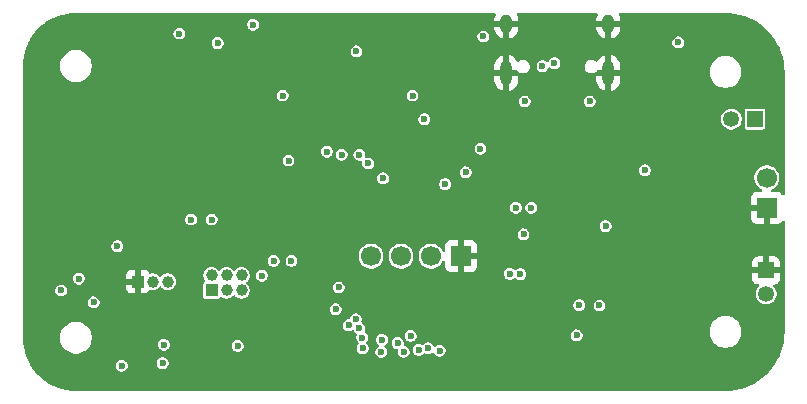
<source format=gbr>
%TF.GenerationSoftware,KiCad,Pcbnew,9.0.1*%
%TF.CreationDate,2025-11-02T10:59:12-06:00*%
%TF.ProjectId,OM-FlexGrid-Rigid-PCB,4f4d2d46-6c65-4784-9772-69642d526967,rev?*%
%TF.SameCoordinates,Original*%
%TF.FileFunction,Copper,L2,Inr*%
%TF.FilePolarity,Positive*%
%FSLAX46Y46*%
G04 Gerber Fmt 4.6, Leading zero omitted, Abs format (unit mm)*
G04 Created by KiCad (PCBNEW 9.0.1) date 2025-11-02 10:59:12*
%MOMM*%
%LPD*%
G01*
G04 APERTURE LIST*
%TA.AperFunction,ComponentPad*%
%ADD10R,1.000000X1.000000*%
%TD*%
%TA.AperFunction,ComponentPad*%
%ADD11C,1.000000*%
%TD*%
%TA.AperFunction,ComponentPad*%
%ADD12R,1.350000X1.350000*%
%TD*%
%TA.AperFunction,ComponentPad*%
%ADD13C,1.350000*%
%TD*%
%TA.AperFunction,ComponentPad*%
%ADD14R,1.700000X1.700000*%
%TD*%
%TA.AperFunction,ComponentPad*%
%ADD15C,1.700000*%
%TD*%
%TA.AperFunction,HeatsinkPad*%
%ADD16O,1.000000X2.100000*%
%TD*%
%TA.AperFunction,HeatsinkPad*%
%ADD17O,1.000000X1.600000*%
%TD*%
%TA.AperFunction,ViaPad*%
%ADD18C,0.600000*%
%TD*%
G04 APERTURE END LIST*
D10*
%TO.N,GP41*%
%TO.C,J1*%
X168480000Y-122500000D03*
D11*
%TO.N,SPI_MOSI*%
X168480000Y-121230000D03*
%TO.N,SPI_SCK*%
X169750000Y-122500000D03*
%TO.N,SPI_MISO*%
X169750000Y-121230000D03*
%TO.N,CS*%
X171020000Y-122500000D03*
%TO.N,GP40*%
X171020000Y-121230000D03*
%TD*%
D12*
%TO.N,GND*%
%TO.C,J7*%
X215450000Y-120800000D03*
D13*
%TO.N,+3V3*%
X215450000Y-122800000D03*
%TD*%
D14*
%TO.N,GND*%
%TO.C,J2*%
X215500000Y-115500000D03*
D15*
%TO.N,VBAT*%
X215500000Y-112960000D03*
%TD*%
D14*
%TO.N,GND*%
%TO.C,SCRN1*%
X189600000Y-119600000D03*
D15*
%TO.N,+3V3*%
X187060000Y-119600000D03*
%TO.N,SCL*%
X184520000Y-119600000D03*
%TO.N,SDA*%
X181980000Y-119600000D03*
%TD*%
D16*
%TO.N,GND*%
%TO.C,J4*%
X202070000Y-104085000D03*
D17*
X202070000Y-99905000D03*
D16*
X193430000Y-104085000D03*
D17*
X193430000Y-99905000D03*
%TD*%
D10*
%TO.N,GND*%
%TO.C,J6*%
X162230000Y-121750000D03*
D11*
%TO.N,RX*%
X163500000Y-121750000D03*
%TO.N,TX*%
X164770000Y-121750000D03*
%TD*%
D12*
%TO.N,VBAT*%
%TO.C,J5*%
X214500000Y-108000000D03*
D13*
%TO.N,MotorGND*%
X212500000Y-108000000D03*
%TD*%
D18*
%TO.N,GND*%
X198500000Y-109650000D03*
X209350000Y-117000000D03*
X161000000Y-101000000D03*
X183000000Y-111500000D03*
X154300000Y-114550000D03*
X169900000Y-125500000D03*
X207375000Y-124625000D03*
X204750000Y-125450000D03*
X174950000Y-109950000D03*
X154300000Y-108400000D03*
X182500000Y-106500000D03*
X180850000Y-117499000D03*
X170500000Y-106000000D03*
X193575000Y-122325000D03*
X163700000Y-125500000D03*
X166800000Y-125500000D03*
X200299435Y-125449435D03*
X170040000Y-109960000D03*
X194000000Y-112000000D03*
X167112500Y-104887500D03*
X178750000Y-100000000D03*
X160500000Y-125500000D03*
X177850000Y-112750000D03*
X208000000Y-111000000D03*
%TO.N,EN*%
X208000000Y-101500000D03*
%TO.N,+3V3*%
X205175000Y-112325000D03*
X201324464Y-123774464D03*
X180750000Y-102250000D03*
X201850000Y-117050000D03*
X174500000Y-106000000D03*
%TO.N,VBUS*%
X168500000Y-116500000D03*
X186500000Y-108000000D03*
X175000000Y-111500000D03*
X200500000Y-106500000D03*
X195000000Y-106500000D03*
%TO.N,Net-(D2-K)*%
X190000000Y-112500000D03*
X185500000Y-106000000D03*
%TO.N,GP40*%
X157250000Y-121500000D03*
%TO.N,SCL*%
X175250000Y-120000000D03*
%TO.N,GP41*%
X155750000Y-122500000D03*
%TO.N,ROW_3*%
X160875000Y-128875000D03*
X166750000Y-116500000D03*
X158500000Y-123500000D03*
%TO.N,COL_11*%
X185339243Y-126350000D03*
%TO.N,COL_9*%
X184250000Y-126950000D03*
%TO.N,COL_0*%
X179250000Y-122250000D03*
%TO.N,COL_2*%
X180080832Y-125456592D03*
%TO.N,COL_4*%
X181000000Y-125700000D03*
%TO.N,COL_1*%
X179000000Y-124100000D03*
%TO.N,COL_13*%
X186820091Y-127403969D03*
%TO.N,ROW_1*%
X164450057Y-127100000D03*
%TO.N,COL_6*%
X181275000Y-127375000D03*
X199610700Y-123750329D03*
%TO.N,COL_10*%
X184750000Y-127700000D03*
%TO.N,COL_5*%
X181250000Y-126500000D03*
%TO.N,COL_8*%
X182850000Y-127700000D03*
%TO.N,ROW_2*%
X164350000Y-128650000D03*
%TO.N,ROW_0*%
X170700000Y-127200000D03*
%TO.N,COL_12*%
X186031654Y-127539509D03*
%TO.N,COL_7*%
X182925000Y-126675000D03*
X199400000Y-126300000D03*
%TO.N,COL_3*%
X180700000Y-124950000D03*
%TO.N,COL_14*%
X187800000Y-127602000D03*
%TO.N,D-*%
X196500000Y-103500000D03*
%TO.N,D+*%
X197500000Y-103250000D03*
%TO.N,SPI_SCK*%
X172750000Y-121250000D03*
%TO.N,ADC_BAT*%
X188250000Y-113500000D03*
%TO.N,Net-(MAX1-In)*%
X172000000Y-100000000D03*
X169000000Y-101550000D03*
%TO.N,VBAT*%
X191250000Y-110500000D03*
%TO.N,PWR_OFF*%
X165750000Y-100750000D03*
%TO.N,S3*%
X194250000Y-115500000D03*
X178250000Y-110750000D03*
%TO.N,GP16_E*%
X179500000Y-111000000D03*
X195550000Y-115500000D03*
%TO.N,S0*%
X193750000Y-121100000D03*
X183000000Y-113000000D03*
%TO.N,S2*%
X181000000Y-111000000D03*
X194900000Y-117750000D03*
%TO.N,S1*%
X194625000Y-121125000D03*
X181750000Y-111750000D03*
%TO.N,MENU*%
X160500000Y-118750000D03*
%TO.N,100*%
X191500000Y-101000000D03*
%TO.N,SELECT*%
X173750000Y-120000000D03*
%TD*%
%TA.AperFunction,Conductor*%
%TO.N,GND*%
G36*
X192479459Y-99020185D02*
G01*
X192525214Y-99072989D01*
X192535158Y-99142147D01*
X192526981Y-99171952D01*
X192468430Y-99313306D01*
X192468427Y-99313318D01*
X192430000Y-99506504D01*
X192430000Y-99655000D01*
X193130000Y-99655000D01*
X193130000Y-100155000D01*
X192430000Y-100155000D01*
X192430000Y-100303495D01*
X192468427Y-100496681D01*
X192468430Y-100496693D01*
X192543807Y-100678671D01*
X192543814Y-100678684D01*
X192653248Y-100842462D01*
X192653251Y-100842466D01*
X192792533Y-100981748D01*
X192792537Y-100981751D01*
X192956315Y-101091185D01*
X192956328Y-101091192D01*
X193138308Y-101166569D01*
X193180000Y-101174862D01*
X193180000Y-100371988D01*
X193189940Y-100389205D01*
X193245795Y-100445060D01*
X193314204Y-100484556D01*
X193390504Y-100505000D01*
X193469496Y-100505000D01*
X193545796Y-100484556D01*
X193614205Y-100445060D01*
X193670060Y-100389205D01*
X193680000Y-100371988D01*
X193680000Y-101174862D01*
X193721690Y-101166569D01*
X193721692Y-101166569D01*
X193903671Y-101091192D01*
X193903684Y-101091185D01*
X194067462Y-100981751D01*
X194067466Y-100981748D01*
X194206748Y-100842466D01*
X194206751Y-100842462D01*
X194316185Y-100678684D01*
X194316192Y-100678671D01*
X194391569Y-100496693D01*
X194391572Y-100496681D01*
X194429999Y-100303495D01*
X194430000Y-100303492D01*
X194430000Y-100155000D01*
X193730000Y-100155000D01*
X193730000Y-99655000D01*
X194430000Y-99655000D01*
X194430000Y-99506508D01*
X194429999Y-99506504D01*
X194391572Y-99313318D01*
X194391569Y-99313306D01*
X194333019Y-99171952D01*
X194325550Y-99102483D01*
X194356825Y-99040004D01*
X194416914Y-99004352D01*
X194447580Y-99000500D01*
X201052420Y-99000500D01*
X201119459Y-99020185D01*
X201165214Y-99072989D01*
X201175158Y-99142147D01*
X201166981Y-99171952D01*
X201108430Y-99313306D01*
X201108427Y-99313318D01*
X201070000Y-99506504D01*
X201070000Y-99655000D01*
X201770000Y-99655000D01*
X201770000Y-100155000D01*
X201070000Y-100155000D01*
X201070000Y-100303495D01*
X201108427Y-100496681D01*
X201108430Y-100496693D01*
X201183807Y-100678671D01*
X201183814Y-100678684D01*
X201293248Y-100842462D01*
X201293251Y-100842466D01*
X201432533Y-100981748D01*
X201432537Y-100981751D01*
X201596315Y-101091185D01*
X201596328Y-101091192D01*
X201778308Y-101166569D01*
X201820000Y-101174862D01*
X201820000Y-100371988D01*
X201829940Y-100389205D01*
X201885795Y-100445060D01*
X201954204Y-100484556D01*
X202030504Y-100505000D01*
X202109496Y-100505000D01*
X202185796Y-100484556D01*
X202254205Y-100445060D01*
X202310060Y-100389205D01*
X202320000Y-100371988D01*
X202320000Y-101174862D01*
X202361690Y-101166569D01*
X202361692Y-101166569D01*
X202543671Y-101091192D01*
X202543684Y-101091185D01*
X202707462Y-100981751D01*
X202707466Y-100981748D01*
X202846748Y-100842466D01*
X202846751Y-100842462D01*
X202956185Y-100678684D01*
X202956192Y-100678671D01*
X203031569Y-100496693D01*
X203031572Y-100496681D01*
X203069999Y-100303495D01*
X203070000Y-100303492D01*
X203070000Y-100155000D01*
X202370000Y-100155000D01*
X202370000Y-99655000D01*
X203070000Y-99655000D01*
X203070000Y-99506508D01*
X203069999Y-99506504D01*
X203031572Y-99313318D01*
X203031569Y-99313306D01*
X202973019Y-99171952D01*
X202965550Y-99102483D01*
X202996825Y-99040004D01*
X203056914Y-99004352D01*
X203087580Y-99000500D01*
X211934108Y-99000500D01*
X211997439Y-99000500D01*
X212002562Y-99000605D01*
X212407746Y-99017364D01*
X212417919Y-99018207D01*
X212817817Y-99068054D01*
X212827901Y-99069737D01*
X213222294Y-99152432D01*
X213232208Y-99154942D01*
X213618436Y-99269928D01*
X213628104Y-99273247D01*
X213863092Y-99364940D01*
X214003502Y-99419728D01*
X214012887Y-99423845D01*
X214374880Y-99600813D01*
X214383894Y-99605690D01*
X214730070Y-99811966D01*
X214738638Y-99817564D01*
X215066593Y-100051719D01*
X215074668Y-100058005D01*
X215189190Y-100155000D01*
X215382155Y-100318433D01*
X215389695Y-100325374D01*
X215674625Y-100610304D01*
X215681566Y-100617844D01*
X215941989Y-100925325D01*
X215948282Y-100933410D01*
X216055522Y-101083608D01*
X216182431Y-101261355D01*
X216188037Y-101269935D01*
X216394309Y-101616105D01*
X216399186Y-101625119D01*
X216576154Y-101987112D01*
X216580271Y-101996497D01*
X216726747Y-102371883D01*
X216730075Y-102381576D01*
X216845053Y-102767778D01*
X216847569Y-102777714D01*
X216930260Y-103172089D01*
X216931947Y-103182197D01*
X216981790Y-103582059D01*
X216982636Y-103592273D01*
X216999394Y-103997437D01*
X216999500Y-104002561D01*
X216999500Y-114310730D01*
X216979815Y-114377769D01*
X216927011Y-114423524D01*
X216857853Y-114433468D01*
X216794297Y-114404443D01*
X216776234Y-114385042D01*
X216707187Y-114292809D01*
X216592093Y-114206649D01*
X216592086Y-114206645D01*
X216457379Y-114156403D01*
X216457372Y-114156401D01*
X216397844Y-114150000D01*
X215995565Y-114150000D01*
X215928526Y-114130315D01*
X215882771Y-114077511D01*
X215872827Y-114008353D01*
X215901852Y-113944797D01*
X215948112Y-113911439D01*
X215953608Y-113909162D01*
X215997598Y-113890941D01*
X216169655Y-113775977D01*
X216315977Y-113629655D01*
X216430941Y-113457598D01*
X216510130Y-113266420D01*
X216550500Y-113063465D01*
X216550500Y-112856535D01*
X216510130Y-112653580D01*
X216430941Y-112462402D01*
X216315977Y-112290345D01*
X216315975Y-112290342D01*
X216169657Y-112144024D01*
X216004406Y-112033608D01*
X215997598Y-112029059D01*
X215970141Y-112017686D01*
X215806420Y-111949870D01*
X215806412Y-111949868D01*
X215603469Y-111909500D01*
X215603465Y-111909500D01*
X215396535Y-111909500D01*
X215396530Y-111909500D01*
X215193587Y-111949868D01*
X215193579Y-111949870D01*
X215002403Y-112029058D01*
X214830342Y-112144024D01*
X214684024Y-112290342D01*
X214569058Y-112462403D01*
X214489870Y-112653579D01*
X214489868Y-112653587D01*
X214449500Y-112856530D01*
X214449500Y-113063469D01*
X214475303Y-113193187D01*
X214489870Y-113266420D01*
X214569059Y-113457598D01*
X214574935Y-113466392D01*
X214684024Y-113629657D01*
X214830342Y-113775975D01*
X214830345Y-113775977D01*
X215002402Y-113890941D01*
X215041993Y-113907340D01*
X215051888Y-113911439D01*
X215106291Y-113955280D01*
X215128356Y-114021574D01*
X215111077Y-114089274D01*
X215059939Y-114136884D01*
X215004435Y-114150000D01*
X214602155Y-114150000D01*
X214542627Y-114156401D01*
X214542620Y-114156403D01*
X214407913Y-114206645D01*
X214407906Y-114206649D01*
X214292812Y-114292809D01*
X214292809Y-114292812D01*
X214206649Y-114407906D01*
X214206645Y-114407913D01*
X214156403Y-114542620D01*
X214156401Y-114542627D01*
X214150000Y-114602155D01*
X214150000Y-115250000D01*
X215066988Y-115250000D01*
X215034075Y-115307007D01*
X215000000Y-115434174D01*
X215000000Y-115565826D01*
X215034075Y-115692993D01*
X215066988Y-115750000D01*
X214150000Y-115750000D01*
X214150000Y-116397844D01*
X214156401Y-116457372D01*
X214156403Y-116457379D01*
X214206645Y-116592086D01*
X214206649Y-116592093D01*
X214292809Y-116707187D01*
X214292812Y-116707190D01*
X214407906Y-116793350D01*
X214407913Y-116793354D01*
X214542620Y-116843596D01*
X214542627Y-116843598D01*
X214602155Y-116849999D01*
X214602172Y-116850000D01*
X215250000Y-116850000D01*
X215250000Y-115933012D01*
X215307007Y-115965925D01*
X215434174Y-116000000D01*
X215565826Y-116000000D01*
X215692993Y-115965925D01*
X215750000Y-115933012D01*
X215750000Y-116850000D01*
X216397828Y-116850000D01*
X216397844Y-116849999D01*
X216457372Y-116843598D01*
X216457379Y-116843596D01*
X216592086Y-116793354D01*
X216592093Y-116793350D01*
X216707187Y-116707190D01*
X216707190Y-116707187D01*
X216776234Y-116614958D01*
X216832168Y-116573087D01*
X216901859Y-116568103D01*
X216963182Y-116601589D01*
X216996666Y-116662912D01*
X216999500Y-116689269D01*
X216999500Y-125997438D01*
X216999394Y-126002562D01*
X216982636Y-126407726D01*
X216981790Y-126417940D01*
X216931947Y-126817802D01*
X216930260Y-126827910D01*
X216847569Y-127222285D01*
X216845053Y-127232221D01*
X216730075Y-127618423D01*
X216726747Y-127628116D01*
X216580271Y-128003502D01*
X216576154Y-128012887D01*
X216399186Y-128374880D01*
X216394309Y-128383894D01*
X216188037Y-128730064D01*
X216182431Y-128738644D01*
X215948284Y-129066587D01*
X215941989Y-129074674D01*
X215681566Y-129382155D01*
X215674625Y-129389695D01*
X215389695Y-129674625D01*
X215382155Y-129681566D01*
X215074674Y-129941989D01*
X215066587Y-129948284D01*
X214738644Y-130182431D01*
X214730064Y-130188037D01*
X214383894Y-130394309D01*
X214374880Y-130399186D01*
X214012887Y-130576154D01*
X214003502Y-130580271D01*
X213628116Y-130726747D01*
X213618423Y-130730075D01*
X213232221Y-130845053D01*
X213222285Y-130847569D01*
X212827910Y-130930260D01*
X212817802Y-130931947D01*
X212417940Y-130981790D01*
X212407726Y-130982636D01*
X212002563Y-130999394D01*
X211997439Y-130999500D01*
X157002706Y-130999500D01*
X156997297Y-130999382D01*
X156613249Y-130982614D01*
X156602473Y-130981671D01*
X156224042Y-130931849D01*
X156213389Y-130929971D01*
X155840727Y-130847354D01*
X155830278Y-130844554D01*
X155466244Y-130729775D01*
X155456078Y-130726075D01*
X155103427Y-130580002D01*
X155093623Y-130575430D01*
X154755057Y-130399183D01*
X154745689Y-130393775D01*
X154423755Y-130188681D01*
X154414894Y-130182476D01*
X154112069Y-129950110D01*
X154103782Y-129943156D01*
X153822364Y-129685284D01*
X153814715Y-129677635D01*
X153556843Y-129396217D01*
X153549889Y-129387930D01*
X153317523Y-129085105D01*
X153311318Y-129076244D01*
X153306185Y-129068187D01*
X153141134Y-128809108D01*
X160374500Y-128809108D01*
X160374500Y-128940891D01*
X160408608Y-129068187D01*
X160418376Y-129085105D01*
X160474500Y-129182314D01*
X160567686Y-129275500D01*
X160681814Y-129341392D01*
X160809108Y-129375500D01*
X160809110Y-129375500D01*
X160940890Y-129375500D01*
X160940892Y-129375500D01*
X161068186Y-129341392D01*
X161182314Y-129275500D01*
X161275500Y-129182314D01*
X161341392Y-129068186D01*
X161375500Y-128940892D01*
X161375500Y-128809108D01*
X161341392Y-128681814D01*
X161284981Y-128584108D01*
X163849500Y-128584108D01*
X163849500Y-128715892D01*
X163854477Y-128734467D01*
X163883608Y-128843187D01*
X163897707Y-128867606D01*
X163949500Y-128957314D01*
X164042686Y-129050500D01*
X164156814Y-129116392D01*
X164284108Y-129150500D01*
X164284110Y-129150500D01*
X164415890Y-129150500D01*
X164415892Y-129150500D01*
X164543186Y-129116392D01*
X164657314Y-129050500D01*
X164750500Y-128957314D01*
X164816392Y-128843186D01*
X164850500Y-128715892D01*
X164850500Y-128584108D01*
X164816392Y-128456814D01*
X164750500Y-128342686D01*
X164657314Y-128249500D01*
X164572442Y-128200499D01*
X164543187Y-128183608D01*
X164478931Y-128166391D01*
X164415892Y-128149500D01*
X164284108Y-128149500D01*
X164156812Y-128183608D01*
X164042686Y-128249500D01*
X164042683Y-128249502D01*
X163949502Y-128342683D01*
X163949500Y-128342686D01*
X163883608Y-128456812D01*
X163871719Y-128501185D01*
X163849500Y-128584108D01*
X161284981Y-128584108D01*
X161275500Y-128567686D01*
X161182314Y-128474500D01*
X161125250Y-128441554D01*
X161068187Y-128408608D01*
X160975951Y-128383894D01*
X160940892Y-128374500D01*
X160809108Y-128374500D01*
X160681812Y-128408608D01*
X160567686Y-128474500D01*
X160567683Y-128474502D01*
X160474502Y-128567683D01*
X160474500Y-128567686D01*
X160408608Y-128681812D01*
X160374500Y-128809108D01*
X153141134Y-128809108D01*
X153106223Y-128754309D01*
X153100816Y-128744942D01*
X152924566Y-128406369D01*
X152919997Y-128396572D01*
X152911012Y-128374880D01*
X152773920Y-128043911D01*
X152770224Y-128033755D01*
X152655442Y-127669710D01*
X152652648Y-127659284D01*
X152570025Y-127286597D01*
X152568152Y-127275971D01*
X152518326Y-126897506D01*
X152517386Y-126886771D01*
X152500618Y-126502702D01*
X152500500Y-126497293D01*
X152500500Y-126393713D01*
X155649500Y-126393713D01*
X155649500Y-126606286D01*
X155682753Y-126816239D01*
X155682753Y-126816241D01*
X155682754Y-126816243D01*
X155747624Y-127015892D01*
X155748444Y-127018414D01*
X155844951Y-127207820D01*
X155969890Y-127379786D01*
X156120213Y-127530109D01*
X156292179Y-127655048D01*
X156292181Y-127655049D01*
X156292184Y-127655051D01*
X156481588Y-127751557D01*
X156683757Y-127817246D01*
X156893713Y-127850500D01*
X156893714Y-127850500D01*
X157106286Y-127850500D01*
X157106287Y-127850500D01*
X157316243Y-127817246D01*
X157518412Y-127751557D01*
X157707816Y-127655051D01*
X157751470Y-127623335D01*
X157879786Y-127530109D01*
X157879788Y-127530106D01*
X157879792Y-127530104D01*
X158030104Y-127379792D01*
X158030106Y-127379788D01*
X158030109Y-127379786D01*
X158155048Y-127207820D01*
X158155047Y-127207820D01*
X158155051Y-127207816D01*
X158243560Y-127034108D01*
X163949557Y-127034108D01*
X163949557Y-127165892D01*
X163960835Y-127207983D01*
X163983665Y-127293187D01*
X163997556Y-127317246D01*
X164049557Y-127407314D01*
X164142743Y-127500500D01*
X164256871Y-127566392D01*
X164384165Y-127600500D01*
X164384167Y-127600500D01*
X164515947Y-127600500D01*
X164515949Y-127600500D01*
X164643243Y-127566392D01*
X164757371Y-127500500D01*
X164850557Y-127407314D01*
X164916449Y-127293186D01*
X164950557Y-127165892D01*
X164950557Y-127134108D01*
X170199500Y-127134108D01*
X170199500Y-127265892D01*
X170208505Y-127299500D01*
X170233608Y-127393187D01*
X170261151Y-127440892D01*
X170299500Y-127507314D01*
X170392686Y-127600500D01*
X170506814Y-127666392D01*
X170634108Y-127700500D01*
X170634110Y-127700500D01*
X170765890Y-127700500D01*
X170765892Y-127700500D01*
X170893186Y-127666392D01*
X171007314Y-127600500D01*
X171100500Y-127507314D01*
X171166392Y-127393186D01*
X171200500Y-127265892D01*
X171200500Y-127134108D01*
X171166392Y-127006814D01*
X171100500Y-126892686D01*
X171007314Y-126799500D01*
X170933380Y-126756814D01*
X170893187Y-126733608D01*
X170829539Y-126716554D01*
X170765892Y-126699500D01*
X170634108Y-126699500D01*
X170506812Y-126733608D01*
X170392686Y-126799500D01*
X170392683Y-126799502D01*
X170299502Y-126892683D01*
X170299500Y-126892686D01*
X170233608Y-127006812D01*
X170204824Y-127114237D01*
X170199500Y-127134108D01*
X164950557Y-127134108D01*
X164950557Y-127034108D01*
X164916449Y-126906814D01*
X164850557Y-126792686D01*
X164757371Y-126699500D01*
X164687485Y-126659151D01*
X164643244Y-126633608D01*
X164551814Y-126609110D01*
X164515949Y-126599500D01*
X164384165Y-126599500D01*
X164256869Y-126633608D01*
X164142743Y-126699500D01*
X164142740Y-126699502D01*
X164049559Y-126792683D01*
X164049557Y-126792686D01*
X163983665Y-126906812D01*
X163957766Y-127003471D01*
X163949557Y-127034108D01*
X158243560Y-127034108D01*
X158251557Y-127018412D01*
X158317246Y-126816243D01*
X158350500Y-126606287D01*
X158350500Y-126393713D01*
X158317246Y-126183757D01*
X158251557Y-125981588D01*
X158155051Y-125792184D01*
X158155049Y-125792181D01*
X158155048Y-125792179D01*
X158030109Y-125620213D01*
X157879786Y-125469890D01*
X157770789Y-125390700D01*
X179580332Y-125390700D01*
X179580332Y-125522483D01*
X179614440Y-125649779D01*
X179647386Y-125706842D01*
X179680332Y-125763906D01*
X179773518Y-125857092D01*
X179887646Y-125922984D01*
X180014940Y-125957092D01*
X180014942Y-125957092D01*
X180146722Y-125957092D01*
X180146724Y-125957092D01*
X180274018Y-125922984D01*
X180374227Y-125865127D01*
X180442123Y-125848655D01*
X180508151Y-125871507D01*
X180543612Y-125910514D01*
X180599500Y-126007314D01*
X180692686Y-126100500D01*
X180742521Y-126129272D01*
X180742827Y-126129449D01*
X180791042Y-126180017D01*
X180804264Y-126248624D01*
X180788215Y-126298833D01*
X180783609Y-126306810D01*
X180783609Y-126306811D01*
X180783609Y-126306812D01*
X180783608Y-126306814D01*
X180749500Y-126434108D01*
X180749500Y-126565892D01*
X180761080Y-126609108D01*
X180783608Y-126693187D01*
X180811151Y-126740892D01*
X180849500Y-126807314D01*
X180849502Y-126807316D01*
X180904504Y-126862318D01*
X180937989Y-126923641D01*
X180933005Y-126993333D01*
X180904507Y-127037678D01*
X180874500Y-127067686D01*
X180808608Y-127181812D01*
X180784749Y-127270856D01*
X180774500Y-127309108D01*
X180774500Y-127440892D01*
X180790472Y-127500500D01*
X180808608Y-127568187D01*
X180830094Y-127605401D01*
X180874500Y-127682314D01*
X180967686Y-127775500D01*
X181081814Y-127841392D01*
X181209108Y-127875500D01*
X181209110Y-127875500D01*
X181340890Y-127875500D01*
X181340892Y-127875500D01*
X181468186Y-127841392D01*
X181582314Y-127775500D01*
X181675500Y-127682314D01*
X181703332Y-127634108D01*
X182349500Y-127634108D01*
X182349500Y-127765892D01*
X182358098Y-127797981D01*
X182383608Y-127893187D01*
X182410640Y-127940006D01*
X182449500Y-128007314D01*
X182542686Y-128100500D01*
X182656814Y-128166392D01*
X182784108Y-128200500D01*
X182784110Y-128200500D01*
X182915890Y-128200500D01*
X182915892Y-128200500D01*
X183043186Y-128166392D01*
X183157314Y-128100500D01*
X183250500Y-128007314D01*
X183316392Y-127893186D01*
X183350500Y-127765892D01*
X183350500Y-127634108D01*
X183316392Y-127506814D01*
X183250500Y-127392686D01*
X183157314Y-127299500D01*
X183157024Y-127299210D01*
X183123539Y-127237887D01*
X183128523Y-127168195D01*
X183170395Y-127112262D01*
X183182705Y-127104142D01*
X183188023Y-127101070D01*
X183232314Y-127075500D01*
X183325500Y-126982314D01*
X183382199Y-126884108D01*
X183749500Y-126884108D01*
X183749500Y-127015892D01*
X183763377Y-127067683D01*
X183783608Y-127143187D01*
X183805413Y-127180953D01*
X183849500Y-127257314D01*
X183942686Y-127350500D01*
X184056814Y-127416392D01*
X184171247Y-127447054D01*
X184230907Y-127483418D01*
X184261436Y-127546264D01*
X184258928Y-127598920D01*
X184249500Y-127634106D01*
X184249500Y-127634108D01*
X184249500Y-127765892D01*
X184258098Y-127797981D01*
X184283608Y-127893187D01*
X184310640Y-127940006D01*
X184349500Y-128007314D01*
X184442686Y-128100500D01*
X184556814Y-128166392D01*
X184684108Y-128200500D01*
X184684110Y-128200500D01*
X184815890Y-128200500D01*
X184815892Y-128200500D01*
X184943186Y-128166392D01*
X185057314Y-128100500D01*
X185150500Y-128007314D01*
X185216392Y-127893186D01*
X185250500Y-127765892D01*
X185250500Y-127634108D01*
X185216392Y-127506814D01*
X185197226Y-127473617D01*
X185531154Y-127473617D01*
X185531154Y-127605401D01*
X185544457Y-127655048D01*
X185565262Y-127732696D01*
X185595237Y-127784613D01*
X185631154Y-127846823D01*
X185724340Y-127940009D01*
X185823175Y-127997072D01*
X185832575Y-128002499D01*
X185838468Y-128005901D01*
X185965762Y-128040009D01*
X185965764Y-128040009D01*
X186097544Y-128040009D01*
X186097546Y-128040009D01*
X186224840Y-128005901D01*
X186338968Y-127940009D01*
X186421238Y-127857738D01*
X186482557Y-127824256D01*
X186552249Y-127829240D01*
X186570910Y-127838032D01*
X186586140Y-127846825D01*
X186626902Y-127870360D01*
X186626904Y-127870360D01*
X186626905Y-127870361D01*
X186754199Y-127904469D01*
X186754201Y-127904469D01*
X186885981Y-127904469D01*
X186885983Y-127904469D01*
X187013277Y-127870361D01*
X187127405Y-127804469D01*
X187147263Y-127784610D01*
X187208582Y-127751127D01*
X187278273Y-127756110D01*
X187334208Y-127797981D01*
X187342329Y-127810292D01*
X187360285Y-127841392D01*
X187399500Y-127909314D01*
X187492686Y-128002500D01*
X187606814Y-128068392D01*
X187734108Y-128102500D01*
X187734110Y-128102500D01*
X187865890Y-128102500D01*
X187865892Y-128102500D01*
X187993186Y-128068392D01*
X188107314Y-128002500D01*
X188200500Y-127909314D01*
X188266392Y-127795186D01*
X188300500Y-127667892D01*
X188300500Y-127536108D01*
X188266392Y-127408814D01*
X188265525Y-127407313D01*
X188249636Y-127379792D01*
X188200500Y-127294686D01*
X188107314Y-127201500D01*
X188045636Y-127165890D01*
X187993187Y-127135608D01*
X187929539Y-127118554D01*
X187865892Y-127101500D01*
X187734108Y-127101500D01*
X187606812Y-127135608D01*
X187492686Y-127201500D01*
X187472828Y-127221358D01*
X187411504Y-127254842D01*
X187341812Y-127249856D01*
X187285879Y-127207983D01*
X187277761Y-127195676D01*
X187269758Y-127181814D01*
X187220591Y-127096655D01*
X187127405Y-127003469D01*
X187070341Y-126970523D01*
X187013278Y-126937577D01*
X186949630Y-126920523D01*
X186885983Y-126903469D01*
X186754199Y-126903469D01*
X186626903Y-126937577D01*
X186512777Y-127003469D01*
X186430509Y-127085737D01*
X186369185Y-127119221D01*
X186299494Y-127114237D01*
X186280827Y-127105441D01*
X186224845Y-127073119D01*
X186224842Y-127073118D01*
X186224841Y-127073117D01*
X186224840Y-127073117D01*
X186097546Y-127039009D01*
X185965762Y-127039009D01*
X185838466Y-127073117D01*
X185724340Y-127139009D01*
X185724337Y-127139011D01*
X185631156Y-127232192D01*
X185631154Y-127232195D01*
X185565262Y-127346321D01*
X185538272Y-127447053D01*
X185531154Y-127473617D01*
X185197226Y-127473617D01*
X185150500Y-127392686D01*
X185057314Y-127299500D01*
X184943186Y-127233608D01*
X184828751Y-127202945D01*
X184769092Y-127166581D01*
X184738563Y-127103734D01*
X184741071Y-127051078D01*
X184750500Y-127015892D01*
X184750500Y-126884108D01*
X184716392Y-126756814D01*
X184650500Y-126642686D01*
X184557314Y-126549500D01*
X184471578Y-126500000D01*
X184443187Y-126483608D01*
X184379539Y-126466554D01*
X184315892Y-126449500D01*
X184184108Y-126449500D01*
X184056812Y-126483608D01*
X183942686Y-126549500D01*
X183942683Y-126549502D01*
X183849502Y-126642683D01*
X183849500Y-126642686D01*
X183783608Y-126756812D01*
X183753766Y-126868186D01*
X183749500Y-126884108D01*
X183382199Y-126884108D01*
X183391392Y-126868186D01*
X183425500Y-126740892D01*
X183425500Y-126609108D01*
X183391392Y-126481814D01*
X183325500Y-126367686D01*
X183241922Y-126284108D01*
X184838743Y-126284108D01*
X184838743Y-126415892D01*
X184847748Y-126449500D01*
X184867999Y-126525080D01*
X184868000Y-126525082D01*
X184872851Y-126543186D01*
X184938743Y-126657314D01*
X185031929Y-126750500D01*
X185130332Y-126807313D01*
X185145793Y-126816240D01*
X185146057Y-126816392D01*
X185273351Y-126850500D01*
X185273353Y-126850500D01*
X185405133Y-126850500D01*
X185405135Y-126850500D01*
X185532429Y-126816392D01*
X185646557Y-126750500D01*
X185739743Y-126657314D01*
X185805635Y-126543186D01*
X185839743Y-126415892D01*
X185839743Y-126284108D01*
X185826346Y-126234108D01*
X198899500Y-126234108D01*
X198899500Y-126365891D01*
X198933608Y-126493187D01*
X198935979Y-126497293D01*
X198999500Y-126607314D01*
X199092686Y-126700500D01*
X199206814Y-126766392D01*
X199334108Y-126800500D01*
X199334110Y-126800500D01*
X199465890Y-126800500D01*
X199465892Y-126800500D01*
X199593186Y-126766392D01*
X199707314Y-126700500D01*
X199800500Y-126607314D01*
X199866392Y-126493186D01*
X199900500Y-126365892D01*
X199900500Y-126234108D01*
X199866392Y-126106814D01*
X199800500Y-125992686D01*
X199707314Y-125899500D01*
X199697291Y-125893713D01*
X210649500Y-125893713D01*
X210649500Y-126106287D01*
X210653169Y-126129449D01*
X210681260Y-126306814D01*
X210682754Y-126316243D01*
X210743338Y-126502702D01*
X210748444Y-126518414D01*
X210844951Y-126707820D01*
X210969890Y-126879786D01*
X211120213Y-127030109D01*
X211292179Y-127155048D01*
X211292181Y-127155049D01*
X211292184Y-127155051D01*
X211481588Y-127251557D01*
X211683757Y-127317246D01*
X211893713Y-127350500D01*
X211893714Y-127350500D01*
X212106286Y-127350500D01*
X212106287Y-127350500D01*
X212316243Y-127317246D01*
X212518412Y-127251557D01*
X212707816Y-127155051D01*
X212763992Y-127114237D01*
X212879786Y-127030109D01*
X212879788Y-127030106D01*
X212879792Y-127030104D01*
X213030104Y-126879792D01*
X213030106Y-126879788D01*
X213030109Y-126879786D01*
X213155048Y-126707820D01*
X213155047Y-126707820D01*
X213155051Y-126707816D01*
X213251557Y-126518412D01*
X213317246Y-126316243D01*
X213350500Y-126106287D01*
X213350500Y-125893713D01*
X213317246Y-125683757D01*
X213251557Y-125481588D01*
X213155051Y-125292184D01*
X213155049Y-125292181D01*
X213155048Y-125292179D01*
X213030109Y-125120213D01*
X212879786Y-124969890D01*
X212707820Y-124844951D01*
X212518414Y-124748444D01*
X212518413Y-124748443D01*
X212518412Y-124748443D01*
X212316243Y-124682754D01*
X212316241Y-124682753D01*
X212316240Y-124682753D01*
X212154957Y-124657208D01*
X212106287Y-124649500D01*
X211893713Y-124649500D01*
X211845042Y-124657208D01*
X211683760Y-124682753D01*
X211481585Y-124748444D01*
X211292179Y-124844951D01*
X211120213Y-124969890D01*
X210969890Y-125120213D01*
X210844951Y-125292179D01*
X210748444Y-125481585D01*
X210682753Y-125683760D01*
X210656503Y-125849500D01*
X210649500Y-125893713D01*
X199697291Y-125893713D01*
X199647782Y-125865129D01*
X199593187Y-125833608D01*
X199529539Y-125816554D01*
X199465892Y-125799500D01*
X199334108Y-125799500D01*
X199206812Y-125833608D01*
X199092686Y-125899500D01*
X199092683Y-125899502D01*
X198999502Y-125992683D01*
X198999500Y-125992686D01*
X198933608Y-126106812D01*
X198899500Y-126234108D01*
X185826346Y-126234108D01*
X185805635Y-126156814D01*
X185739743Y-126042686D01*
X185646557Y-125949500D01*
X185589493Y-125916554D01*
X185532430Y-125883608D01*
X185463464Y-125865129D01*
X185405135Y-125849500D01*
X185273351Y-125849500D01*
X185146055Y-125883608D01*
X185031929Y-125949500D01*
X185031926Y-125949502D01*
X184938745Y-126042683D01*
X184938743Y-126042686D01*
X184872851Y-126156812D01*
X184848251Y-126248624D01*
X184838743Y-126284108D01*
X183241922Y-126284108D01*
X183232314Y-126274500D01*
X183162353Y-126234108D01*
X183118187Y-126208608D01*
X183025451Y-126183760D01*
X182990892Y-126174500D01*
X182859108Y-126174500D01*
X182731812Y-126208608D01*
X182617686Y-126274500D01*
X182617683Y-126274502D01*
X182524502Y-126367683D01*
X182524500Y-126367686D01*
X182458608Y-126481812D01*
X182427074Y-126599500D01*
X182424500Y-126609108D01*
X182424500Y-126740892D01*
X182440472Y-126800500D01*
X182458608Y-126868187D01*
X182480909Y-126906812D01*
X182524500Y-126982314D01*
X182524502Y-126982316D01*
X182617975Y-127075789D01*
X182651460Y-127137112D01*
X182646476Y-127206804D01*
X182604604Y-127262737D01*
X182592297Y-127270856D01*
X182542686Y-127299500D01*
X182542683Y-127299502D01*
X182449502Y-127392683D01*
X182449500Y-127392686D01*
X182383608Y-127506812D01*
X182358506Y-127600497D01*
X182349500Y-127634108D01*
X181703332Y-127634108D01*
X181741392Y-127568186D01*
X181775500Y-127440892D01*
X181775500Y-127309108D01*
X181741392Y-127181814D01*
X181675500Y-127067686D01*
X181620495Y-127012681D01*
X181587010Y-126951358D01*
X181591994Y-126881666D01*
X181620495Y-126837319D01*
X181634923Y-126822891D01*
X181650500Y-126807314D01*
X181716392Y-126693186D01*
X181750500Y-126565892D01*
X181750500Y-126434108D01*
X181716392Y-126306814D01*
X181650500Y-126192686D01*
X181557314Y-126099500D01*
X181507173Y-126070551D01*
X181458957Y-126019984D01*
X181445734Y-125951377D01*
X181461786Y-125901163D01*
X181466392Y-125893186D01*
X181500500Y-125765892D01*
X181500500Y-125634108D01*
X181466392Y-125506814D01*
X181400500Y-125392686D01*
X181307314Y-125299500D01*
X181307312Y-125299499D01*
X181307310Y-125299497D01*
X181231399Y-125255670D01*
X181183183Y-125205103D01*
X181169961Y-125136496D01*
X181173620Y-125116209D01*
X181200500Y-125015892D01*
X181200500Y-124884108D01*
X181166392Y-124756814D01*
X181100500Y-124642686D01*
X181007314Y-124549500D01*
X180922439Y-124500497D01*
X180893187Y-124483608D01*
X180829539Y-124466554D01*
X180765892Y-124449500D01*
X180634108Y-124449500D01*
X180506812Y-124483608D01*
X180392686Y-124549500D01*
X180392683Y-124549502D01*
X180299502Y-124642683D01*
X180299500Y-124642686D01*
X180233608Y-124756812D01*
X180221123Y-124803406D01*
X180204837Y-124864187D01*
X180168474Y-124923846D01*
X180105628Y-124954375D01*
X180085064Y-124956092D01*
X180014940Y-124956092D01*
X179887644Y-124990200D01*
X179773518Y-125056092D01*
X179773515Y-125056094D01*
X179680334Y-125149275D01*
X179680332Y-125149278D01*
X179614440Y-125263404D01*
X179580332Y-125390700D01*
X157770789Y-125390700D01*
X157707820Y-125344951D01*
X157518414Y-125248444D01*
X157518413Y-125248443D01*
X157518412Y-125248443D01*
X157316243Y-125182754D01*
X157316241Y-125182753D01*
X157316240Y-125182753D01*
X157154957Y-125157208D01*
X157106287Y-125149500D01*
X156893713Y-125149500D01*
X156845042Y-125157208D01*
X156683760Y-125182753D01*
X156481585Y-125248444D01*
X156292179Y-125344951D01*
X156120213Y-125469890D01*
X155969890Y-125620213D01*
X155844951Y-125792179D01*
X155748444Y-125981585D01*
X155682753Y-126183760D01*
X155649500Y-126393713D01*
X152500500Y-126393713D01*
X152500500Y-124034108D01*
X178499500Y-124034108D01*
X178499500Y-124165892D01*
X178516554Y-124229539D01*
X178533608Y-124293187D01*
X178566554Y-124350250D01*
X178599500Y-124407314D01*
X178692686Y-124500500D01*
X178806814Y-124566392D01*
X178934108Y-124600500D01*
X178934110Y-124600500D01*
X179065890Y-124600500D01*
X179065892Y-124600500D01*
X179193186Y-124566392D01*
X179307314Y-124500500D01*
X179400500Y-124407314D01*
X179466392Y-124293186D01*
X179500500Y-124165892D01*
X179500500Y-124034108D01*
X179466392Y-123906814D01*
X179400500Y-123792686D01*
X179307314Y-123699500D01*
X179281224Y-123684437D01*
X199110200Y-123684437D01*
X199110200Y-123816221D01*
X199116667Y-123840355D01*
X199144308Y-123943516D01*
X199157515Y-123966390D01*
X199210200Y-124057643D01*
X199303386Y-124150829D01*
X199417514Y-124216721D01*
X199544808Y-124250829D01*
X199544810Y-124250829D01*
X199676590Y-124250829D01*
X199676592Y-124250829D01*
X199803886Y-124216721D01*
X199918014Y-124150829D01*
X200011200Y-124057643D01*
X200077092Y-123943515D01*
X200111200Y-123816221D01*
X200111200Y-123708572D01*
X200823964Y-123708572D01*
X200823964Y-123840355D01*
X200858072Y-123967651D01*
X200877037Y-124000499D01*
X200923964Y-124081778D01*
X201017150Y-124174964D01*
X201131278Y-124240856D01*
X201258572Y-124274964D01*
X201258574Y-124274964D01*
X201390354Y-124274964D01*
X201390356Y-124274964D01*
X201517650Y-124240856D01*
X201631778Y-124174964D01*
X201724964Y-124081778D01*
X201790856Y-123967650D01*
X201824964Y-123840356D01*
X201824964Y-123708572D01*
X201790856Y-123581278D01*
X201787728Y-123575861D01*
X201776920Y-123557141D01*
X201724964Y-123467150D01*
X201631778Y-123373964D01*
X201574714Y-123341018D01*
X201517651Y-123308072D01*
X201427576Y-123283937D01*
X201390356Y-123273964D01*
X201258572Y-123273964D01*
X201131276Y-123308072D01*
X201017150Y-123373964D01*
X201017147Y-123373966D01*
X200923966Y-123467147D01*
X200923964Y-123467150D01*
X200858072Y-123581276D01*
X200823964Y-123708572D01*
X200111200Y-123708572D01*
X200111200Y-123684437D01*
X200077092Y-123557143D01*
X200011200Y-123443015D01*
X199918014Y-123349829D01*
X199843507Y-123306812D01*
X199803887Y-123283937D01*
X199740239Y-123266883D01*
X199676592Y-123249829D01*
X199544808Y-123249829D01*
X199417512Y-123283937D01*
X199303386Y-123349829D01*
X199303383Y-123349831D01*
X199210202Y-123443012D01*
X199210200Y-123443015D01*
X199144308Y-123557141D01*
X199123819Y-123633608D01*
X199110200Y-123684437D01*
X179281224Y-123684437D01*
X179250250Y-123666554D01*
X179193187Y-123633608D01*
X179129539Y-123616554D01*
X179065892Y-123599500D01*
X178934108Y-123599500D01*
X178806812Y-123633608D01*
X178692686Y-123699500D01*
X178692683Y-123699502D01*
X178599502Y-123792683D01*
X178599500Y-123792686D01*
X178533608Y-123906812D01*
X178517644Y-123966392D01*
X178499500Y-124034108D01*
X152500500Y-124034108D01*
X152500500Y-123434108D01*
X157999500Y-123434108D01*
X157999500Y-123565892D01*
X158002171Y-123575861D01*
X158033608Y-123693187D01*
X158042491Y-123708572D01*
X158099500Y-123807314D01*
X158192686Y-123900500D01*
X158267190Y-123943515D01*
X158306810Y-123966390D01*
X158306814Y-123966392D01*
X158434108Y-124000500D01*
X158434110Y-124000500D01*
X158565890Y-124000500D01*
X158565892Y-124000500D01*
X158693186Y-123966392D01*
X158807314Y-123900500D01*
X158900500Y-123807314D01*
X158966392Y-123693186D01*
X159000500Y-123565892D01*
X159000500Y-123434108D01*
X158966392Y-123306814D01*
X158900500Y-123192686D01*
X158807314Y-123099500D01*
X158722910Y-123050769D01*
X158693187Y-123033608D01*
X158629539Y-123016554D01*
X158565892Y-122999500D01*
X158434108Y-122999500D01*
X158306812Y-123033608D01*
X158192686Y-123099500D01*
X158192683Y-123099502D01*
X158099502Y-123192683D01*
X158099500Y-123192686D01*
X158033608Y-123306812D01*
X158015615Y-123373964D01*
X157999500Y-123434108D01*
X152500500Y-123434108D01*
X152500500Y-122434108D01*
X155249500Y-122434108D01*
X155249500Y-122565892D01*
X155260565Y-122607187D01*
X155283608Y-122693187D01*
X155297005Y-122716391D01*
X155349500Y-122807314D01*
X155442686Y-122900500D01*
X155556814Y-122966392D01*
X155684108Y-123000500D01*
X155684110Y-123000500D01*
X155815890Y-123000500D01*
X155815892Y-123000500D01*
X155943186Y-122966392D01*
X156057314Y-122900500D01*
X156150500Y-122807314D01*
X156216392Y-122693186D01*
X156250500Y-122565892D01*
X156250500Y-122434108D01*
X156216392Y-122306814D01*
X156211213Y-122297844D01*
X161230000Y-122297844D01*
X161236401Y-122357372D01*
X161236403Y-122357379D01*
X161286645Y-122492086D01*
X161286649Y-122492093D01*
X161372809Y-122607187D01*
X161372812Y-122607190D01*
X161487906Y-122693350D01*
X161487913Y-122693354D01*
X161622620Y-122743596D01*
X161622627Y-122743598D01*
X161682155Y-122749999D01*
X161682172Y-122750000D01*
X161980000Y-122750000D01*
X161980000Y-122000000D01*
X161230000Y-122000000D01*
X161230000Y-122297844D01*
X156211213Y-122297844D01*
X156150500Y-122192686D01*
X156057314Y-122099500D01*
X155983380Y-122056814D01*
X155943187Y-122033608D01*
X155879539Y-122016554D01*
X155815892Y-121999500D01*
X155684108Y-121999500D01*
X155556812Y-122033608D01*
X155442686Y-122099500D01*
X155442683Y-122099502D01*
X155349502Y-122192683D01*
X155349500Y-122192686D01*
X155283608Y-122306812D01*
X155252321Y-122423578D01*
X155249500Y-122434108D01*
X152500500Y-122434108D01*
X152500500Y-121434108D01*
X156749500Y-121434108D01*
X156749500Y-121565892D01*
X156765472Y-121625500D01*
X156783608Y-121693187D01*
X156797591Y-121717406D01*
X156849500Y-121807314D01*
X156942686Y-121900500D01*
X157056814Y-121966392D01*
X157184108Y-122000500D01*
X157184110Y-122000500D01*
X157315890Y-122000500D01*
X157315892Y-122000500D01*
X157443186Y-121966392D01*
X157557314Y-121900500D01*
X157650500Y-121807314D01*
X157708293Y-121707213D01*
X161905000Y-121707213D01*
X161905000Y-121792787D01*
X161927149Y-121875445D01*
X161969936Y-121949554D01*
X162030446Y-122010064D01*
X162104555Y-122052851D01*
X162187213Y-122075000D01*
X162272787Y-122075000D01*
X162355445Y-122052851D01*
X162429554Y-122010064D01*
X162480000Y-121959618D01*
X162480000Y-122750000D01*
X162777828Y-122750000D01*
X162777844Y-122749999D01*
X162837372Y-122743598D01*
X162837379Y-122743596D01*
X162972086Y-122693354D01*
X162972093Y-122693350D01*
X163087187Y-122607190D01*
X163087190Y-122607187D01*
X163173347Y-122492098D01*
X163175412Y-122488316D01*
X163178461Y-122485266D01*
X163178669Y-122484989D01*
X163178708Y-122485018D01*
X163224815Y-122438908D01*
X163293087Y-122424052D01*
X163308440Y-122426120D01*
X163431004Y-122450500D01*
X163431007Y-122450500D01*
X163568995Y-122450500D01*
X163667005Y-122431004D01*
X163704328Y-122423580D01*
X163831811Y-122370775D01*
X163946542Y-122294114D01*
X163946545Y-122294111D01*
X164047319Y-122193338D01*
X164108642Y-122159853D01*
X164178334Y-122164837D01*
X164222681Y-122193338D01*
X164323454Y-122294111D01*
X164323458Y-122294114D01*
X164438182Y-122370771D01*
X164438195Y-122370778D01*
X164565667Y-122423578D01*
X164565672Y-122423580D01*
X164565676Y-122423580D01*
X164565677Y-122423581D01*
X164701004Y-122450500D01*
X164701007Y-122450500D01*
X164838995Y-122450500D01*
X164937005Y-122431004D01*
X164974328Y-122423580D01*
X165101811Y-122370775D01*
X165216542Y-122294114D01*
X165314114Y-122196542D01*
X165390775Y-122081811D01*
X165443580Y-121954328D01*
X165464178Y-121850775D01*
X165470500Y-121818995D01*
X165470500Y-121681004D01*
X165443581Y-121545677D01*
X165443580Y-121545676D01*
X165443580Y-121545672D01*
X165435223Y-121525497D01*
X165390778Y-121418195D01*
X165390771Y-121418182D01*
X165314114Y-121303458D01*
X165314111Y-121303454D01*
X165309652Y-121298995D01*
X167779499Y-121298995D01*
X167806418Y-121434322D01*
X167806421Y-121434332D01*
X167859221Y-121561804D01*
X167859228Y-121561817D01*
X167918637Y-121650728D01*
X167939515Y-121717406D01*
X167921031Y-121784786D01*
X167884426Y-121822721D01*
X167835447Y-121855447D01*
X167791132Y-121921769D01*
X167791131Y-121921770D01*
X167779500Y-121980247D01*
X167779500Y-123019752D01*
X167791131Y-123078229D01*
X167791132Y-123078230D01*
X167835447Y-123144552D01*
X167901769Y-123188867D01*
X167901770Y-123188868D01*
X167960247Y-123200499D01*
X167960250Y-123200500D01*
X167960252Y-123200500D01*
X168999750Y-123200500D01*
X168999751Y-123200499D01*
X169014568Y-123197552D01*
X169058229Y-123188868D01*
X169058229Y-123188867D01*
X169058231Y-123188867D01*
X169124552Y-123144552D01*
X169157279Y-123095573D01*
X169210889Y-123050769D01*
X169280213Y-123042060D01*
X169329271Y-123061362D01*
X169418182Y-123120771D01*
X169418195Y-123120778D01*
X169545667Y-123173578D01*
X169545672Y-123173580D01*
X169545676Y-123173580D01*
X169545677Y-123173581D01*
X169681004Y-123200500D01*
X169681007Y-123200500D01*
X169818995Y-123200500D01*
X169910041Y-123182389D01*
X169954328Y-123173580D01*
X170081811Y-123120775D01*
X170196542Y-123044114D01*
X170241156Y-122999500D01*
X170297319Y-122943338D01*
X170358642Y-122909853D01*
X170428334Y-122914837D01*
X170472681Y-122943338D01*
X170573454Y-123044111D01*
X170573458Y-123044114D01*
X170688182Y-123120771D01*
X170688195Y-123120778D01*
X170815667Y-123173578D01*
X170815672Y-123173580D01*
X170815676Y-123173580D01*
X170815677Y-123173581D01*
X170951004Y-123200500D01*
X170951007Y-123200500D01*
X171088995Y-123200500D01*
X171180041Y-123182389D01*
X171224328Y-123173580D01*
X171351811Y-123120775D01*
X171466542Y-123044114D01*
X171564114Y-122946542D01*
X171640775Y-122831811D01*
X171693580Y-122704328D01*
X171720500Y-122568993D01*
X171720500Y-122431007D01*
X171720500Y-122431004D01*
X171693581Y-122295677D01*
X171693580Y-122295676D01*
X171693580Y-122295672D01*
X171647369Y-122184108D01*
X178749500Y-122184108D01*
X178749500Y-122315892D01*
X178760616Y-122357379D01*
X178783608Y-122443187D01*
X178811847Y-122492098D01*
X178849500Y-122557314D01*
X178942686Y-122650500D01*
X179035908Y-122704322D01*
X179052265Y-122713766D01*
X179056814Y-122716392D01*
X179184108Y-122750500D01*
X179184110Y-122750500D01*
X179315890Y-122750500D01*
X179315892Y-122750500D01*
X179443186Y-122716392D01*
X179557314Y-122650500D01*
X179650500Y-122557314D01*
X179716392Y-122443186D01*
X179750500Y-122315892D01*
X179750500Y-122184108D01*
X179716392Y-122056814D01*
X179714454Y-122053458D01*
X179697529Y-122024142D01*
X179650500Y-121942686D01*
X179557314Y-121849500D01*
X179490861Y-121811133D01*
X179443187Y-121783608D01*
X179379539Y-121766554D01*
X179315892Y-121749500D01*
X179184108Y-121749500D01*
X179056812Y-121783608D01*
X178942686Y-121849500D01*
X178942683Y-121849502D01*
X178849502Y-121942683D01*
X178849500Y-121942686D01*
X178783608Y-122056812D01*
X178765242Y-122125358D01*
X178749500Y-122184108D01*
X171647369Y-122184108D01*
X171640778Y-122168195D01*
X171640771Y-122168182D01*
X171564114Y-122053458D01*
X171564111Y-122053454D01*
X171463338Y-121952681D01*
X171429853Y-121891358D01*
X171434837Y-121821666D01*
X171463338Y-121777319D01*
X171564111Y-121676545D01*
X171564114Y-121676542D01*
X171640775Y-121561811D01*
X171693580Y-121434328D01*
X171712314Y-121340147D01*
X171720500Y-121298995D01*
X171720500Y-121184108D01*
X172249500Y-121184108D01*
X172249500Y-121315891D01*
X172283608Y-121443187D01*
X172285896Y-121447149D01*
X172349500Y-121557314D01*
X172442686Y-121650500D01*
X172556814Y-121716392D01*
X172684108Y-121750500D01*
X172684110Y-121750500D01*
X172815890Y-121750500D01*
X172815892Y-121750500D01*
X172943186Y-121716392D01*
X173057314Y-121650500D01*
X173150500Y-121557314D01*
X173216392Y-121443186D01*
X173250500Y-121315892D01*
X173250500Y-121184108D01*
X173216392Y-121056814D01*
X173203283Y-121034108D01*
X193249500Y-121034108D01*
X193249500Y-121165892D01*
X193258639Y-121200000D01*
X193283608Y-121293187D01*
X193298042Y-121318187D01*
X193349500Y-121407314D01*
X193442686Y-121500500D01*
X193520926Y-121545672D01*
X193555944Y-121565890D01*
X193556814Y-121566392D01*
X193684108Y-121600500D01*
X193684110Y-121600500D01*
X193815890Y-121600500D01*
X193815892Y-121600500D01*
X193943186Y-121566392D01*
X194057314Y-121500500D01*
X194087319Y-121470495D01*
X194148642Y-121437010D01*
X194218334Y-121441994D01*
X194262681Y-121470495D01*
X194317686Y-121525500D01*
X194431814Y-121591392D01*
X194559108Y-121625500D01*
X194559110Y-121625500D01*
X194690890Y-121625500D01*
X194690892Y-121625500D01*
X194818186Y-121591392D01*
X194932314Y-121525500D01*
X195025500Y-121432314D01*
X195091392Y-121318186D01*
X195125500Y-121190892D01*
X195125500Y-121059108D01*
X195091392Y-120931814D01*
X195025500Y-120817686D01*
X194932314Y-120724500D01*
X194865431Y-120685885D01*
X194818187Y-120658608D01*
X194754539Y-120641554D01*
X194690892Y-120624500D01*
X194559108Y-120624500D01*
X194431812Y-120658608D01*
X194317686Y-120724500D01*
X194287678Y-120754507D01*
X194226354Y-120787990D01*
X194156662Y-120783004D01*
X194112318Y-120754504D01*
X194057316Y-120699502D01*
X194057314Y-120699500D01*
X193972442Y-120650499D01*
X193943187Y-120633608D01*
X193879539Y-120616554D01*
X193815892Y-120599500D01*
X193684108Y-120599500D01*
X193556812Y-120633608D01*
X193442686Y-120699500D01*
X193442683Y-120699502D01*
X193349502Y-120792683D01*
X193349500Y-120792686D01*
X193283608Y-120906812D01*
X193272036Y-120950000D01*
X193249500Y-121034108D01*
X173203283Y-121034108D01*
X173150500Y-120942686D01*
X173057314Y-120849500D01*
X172958910Y-120792686D01*
X172943187Y-120783608D01*
X172879539Y-120766554D01*
X172815892Y-120749500D01*
X172684108Y-120749500D01*
X172556812Y-120783608D01*
X172442686Y-120849500D01*
X172442683Y-120849502D01*
X172349502Y-120942683D01*
X172349500Y-120942686D01*
X172283608Y-121056812D01*
X172249500Y-121184108D01*
X171720500Y-121184108D01*
X171720500Y-121161004D01*
X171693581Y-121025677D01*
X171693580Y-121025676D01*
X171693580Y-121025672D01*
X171662236Y-120950000D01*
X171640778Y-120898195D01*
X171640771Y-120898182D01*
X171564114Y-120783458D01*
X171564111Y-120783454D01*
X171466545Y-120685888D01*
X171466541Y-120685885D01*
X171351817Y-120609228D01*
X171351804Y-120609221D01*
X171224332Y-120556421D01*
X171224322Y-120556418D01*
X171088995Y-120529500D01*
X171088993Y-120529500D01*
X170951007Y-120529500D01*
X170951005Y-120529500D01*
X170815677Y-120556418D01*
X170815667Y-120556421D01*
X170688195Y-120609221D01*
X170688182Y-120609228D01*
X170573458Y-120685885D01*
X170573454Y-120685888D01*
X170472681Y-120786662D01*
X170411358Y-120820147D01*
X170341666Y-120815163D01*
X170297319Y-120786662D01*
X170196545Y-120685888D01*
X170196541Y-120685885D01*
X170081817Y-120609228D01*
X170081804Y-120609221D01*
X169954332Y-120556421D01*
X169954322Y-120556418D01*
X169818995Y-120529500D01*
X169818993Y-120529500D01*
X169681007Y-120529500D01*
X169681005Y-120529500D01*
X169545677Y-120556418D01*
X169545667Y-120556421D01*
X169418195Y-120609221D01*
X169418182Y-120609228D01*
X169303458Y-120685885D01*
X169303454Y-120685888D01*
X169202681Y-120786662D01*
X169141358Y-120820147D01*
X169071666Y-120815163D01*
X169027319Y-120786662D01*
X168926545Y-120685888D01*
X168926541Y-120685885D01*
X168811817Y-120609228D01*
X168811804Y-120609221D01*
X168684332Y-120556421D01*
X168684322Y-120556418D01*
X168548995Y-120529500D01*
X168548993Y-120529500D01*
X168411007Y-120529500D01*
X168411005Y-120529500D01*
X168275677Y-120556418D01*
X168275667Y-120556421D01*
X168148195Y-120609221D01*
X168148182Y-120609228D01*
X168033458Y-120685885D01*
X168033454Y-120685888D01*
X167935888Y-120783454D01*
X167935885Y-120783458D01*
X167859228Y-120898182D01*
X167859221Y-120898195D01*
X167806421Y-121025667D01*
X167806418Y-121025677D01*
X167779500Y-121161004D01*
X167779500Y-121161007D01*
X167779500Y-121298993D01*
X167779500Y-121298995D01*
X167779499Y-121298995D01*
X165309652Y-121298995D01*
X165216545Y-121205888D01*
X165216541Y-121205885D01*
X165101817Y-121129228D01*
X165101804Y-121129221D01*
X164974332Y-121076421D01*
X164974322Y-121076418D01*
X164838995Y-121049500D01*
X164838993Y-121049500D01*
X164701007Y-121049500D01*
X164701005Y-121049500D01*
X164565677Y-121076418D01*
X164565667Y-121076421D01*
X164438195Y-121129221D01*
X164438182Y-121129228D01*
X164323458Y-121205885D01*
X164323454Y-121205888D01*
X164222681Y-121306662D01*
X164161358Y-121340147D01*
X164091666Y-121335163D01*
X164047319Y-121306662D01*
X163946545Y-121205888D01*
X163946541Y-121205885D01*
X163831817Y-121129228D01*
X163831804Y-121129221D01*
X163704332Y-121076421D01*
X163704322Y-121076418D01*
X163568995Y-121049500D01*
X163568993Y-121049500D01*
X163431007Y-121049500D01*
X163431002Y-121049500D01*
X163308439Y-121073879D01*
X163238847Y-121067652D01*
X163183670Y-121024788D01*
X163175415Y-121011686D01*
X163173353Y-121007910D01*
X163087190Y-120892812D01*
X163087187Y-120892809D01*
X162972093Y-120806649D01*
X162972086Y-120806645D01*
X162837379Y-120756403D01*
X162837372Y-120756401D01*
X162777844Y-120750000D01*
X162480000Y-120750000D01*
X162480000Y-121540382D01*
X162429554Y-121489936D01*
X162355445Y-121447149D01*
X162272787Y-121425000D01*
X162187213Y-121425000D01*
X162104555Y-121447149D01*
X162030446Y-121489936D01*
X161969936Y-121550446D01*
X161927149Y-121624555D01*
X161905000Y-121707213D01*
X157708293Y-121707213D01*
X157716392Y-121693186D01*
X157750500Y-121565892D01*
X157750500Y-121434108D01*
X157716392Y-121306814D01*
X157716390Y-121306810D01*
X157689857Y-121260853D01*
X157689856Y-121260852D01*
X157682214Y-121247617D01*
X157655967Y-121202155D01*
X161230000Y-121202155D01*
X161230000Y-121500000D01*
X161980000Y-121500000D01*
X161980000Y-120750000D01*
X161682155Y-120750000D01*
X161622627Y-120756401D01*
X161622620Y-120756403D01*
X161487913Y-120806645D01*
X161487906Y-120806649D01*
X161372812Y-120892809D01*
X161372809Y-120892812D01*
X161286649Y-121007906D01*
X161286645Y-121007913D01*
X161236403Y-121142620D01*
X161236401Y-121142627D01*
X161230000Y-121202155D01*
X157655967Y-121202155D01*
X157650500Y-121192686D01*
X157557314Y-121099500D01*
X157483380Y-121056814D01*
X157443187Y-121033608D01*
X157347290Y-121007913D01*
X157315892Y-120999500D01*
X157184108Y-120999500D01*
X157056812Y-121033608D01*
X156942686Y-121099500D01*
X156942683Y-121099502D01*
X156849502Y-121192683D01*
X156849500Y-121192686D01*
X156783608Y-121306812D01*
X156756680Y-121407313D01*
X156749500Y-121434108D01*
X152500500Y-121434108D01*
X152500500Y-119934108D01*
X173249500Y-119934108D01*
X173249500Y-120065892D01*
X173257995Y-120097596D01*
X173283608Y-120193187D01*
X173316554Y-120250250D01*
X173349500Y-120307314D01*
X173442686Y-120400500D01*
X173556814Y-120466392D01*
X173684108Y-120500500D01*
X173684110Y-120500500D01*
X173815890Y-120500500D01*
X173815892Y-120500500D01*
X173943186Y-120466392D01*
X174057314Y-120400500D01*
X174150500Y-120307314D01*
X174216392Y-120193186D01*
X174250500Y-120065892D01*
X174250500Y-119934108D01*
X174749500Y-119934108D01*
X174749500Y-120065892D01*
X174757995Y-120097596D01*
X174783608Y-120193187D01*
X174816554Y-120250250D01*
X174849500Y-120307314D01*
X174942686Y-120400500D01*
X175056814Y-120466392D01*
X175184108Y-120500500D01*
X175184110Y-120500500D01*
X175315890Y-120500500D01*
X175315892Y-120500500D01*
X175443186Y-120466392D01*
X175557314Y-120400500D01*
X175650500Y-120307314D01*
X175716392Y-120193186D01*
X175750500Y-120065892D01*
X175750500Y-119934108D01*
X175716392Y-119806814D01*
X175650500Y-119692686D01*
X175557314Y-119599500D01*
X175554417Y-119597827D01*
X175443189Y-119533609D01*
X175443186Y-119533608D01*
X175315892Y-119499500D01*
X175184108Y-119499500D01*
X175056812Y-119533608D01*
X174942686Y-119599500D01*
X174942683Y-119599502D01*
X174849502Y-119692683D01*
X174849500Y-119692686D01*
X174783608Y-119806812D01*
X174756921Y-119906412D01*
X174749500Y-119934108D01*
X174250500Y-119934108D01*
X174216392Y-119806814D01*
X174150500Y-119692686D01*
X174057314Y-119599500D01*
X174000250Y-119566554D01*
X173943187Y-119533608D01*
X173879539Y-119516554D01*
X173815892Y-119499500D01*
X173684108Y-119499500D01*
X173556812Y-119533608D01*
X173442686Y-119599500D01*
X173442683Y-119599502D01*
X173349502Y-119692683D01*
X173349500Y-119692686D01*
X173283608Y-119806812D01*
X173256921Y-119906412D01*
X173249500Y-119934108D01*
X152500500Y-119934108D01*
X152500500Y-119496530D01*
X180929500Y-119496530D01*
X180929500Y-119703469D01*
X180969868Y-119906412D01*
X180969870Y-119906420D01*
X181049058Y-120097596D01*
X181164024Y-120269657D01*
X181310342Y-120415975D01*
X181310345Y-120415977D01*
X181482402Y-120530941D01*
X181673580Y-120610130D01*
X181791613Y-120633608D01*
X181876530Y-120650499D01*
X181876534Y-120650500D01*
X181876535Y-120650500D01*
X182083466Y-120650500D01*
X182083467Y-120650499D01*
X182286420Y-120610130D01*
X182477598Y-120530941D01*
X182649655Y-120415977D01*
X182795977Y-120269655D01*
X182910941Y-120097598D01*
X182990130Y-119906420D01*
X183030500Y-119703465D01*
X183030500Y-119496535D01*
X183030499Y-119496530D01*
X183469500Y-119496530D01*
X183469500Y-119703469D01*
X183509868Y-119906412D01*
X183509870Y-119906420D01*
X183589058Y-120097596D01*
X183704024Y-120269657D01*
X183850342Y-120415975D01*
X183850345Y-120415977D01*
X184022402Y-120530941D01*
X184213580Y-120610130D01*
X184331613Y-120633608D01*
X184416530Y-120650499D01*
X184416534Y-120650500D01*
X184416535Y-120650500D01*
X184623466Y-120650500D01*
X184623467Y-120650499D01*
X184826420Y-120610130D01*
X185017598Y-120530941D01*
X185189655Y-120415977D01*
X185335977Y-120269655D01*
X185450941Y-120097598D01*
X185530130Y-119906420D01*
X185570500Y-119703465D01*
X185570500Y-119496535D01*
X185570499Y-119496530D01*
X186009500Y-119496530D01*
X186009500Y-119703469D01*
X186049868Y-119906412D01*
X186049870Y-119906420D01*
X186129058Y-120097596D01*
X186244024Y-120269657D01*
X186390342Y-120415975D01*
X186390345Y-120415977D01*
X186562402Y-120530941D01*
X186753580Y-120610130D01*
X186871613Y-120633608D01*
X186956530Y-120650499D01*
X186956534Y-120650500D01*
X186956535Y-120650500D01*
X187163466Y-120650500D01*
X187163467Y-120650499D01*
X187366420Y-120610130D01*
X187557598Y-120530941D01*
X187729655Y-120415977D01*
X187875977Y-120269655D01*
X187990941Y-120097598D01*
X188011439Y-120048112D01*
X188055279Y-119993708D01*
X188121573Y-119971643D01*
X188189273Y-119988922D01*
X188236884Y-120040059D01*
X188250000Y-120095564D01*
X188250000Y-120497844D01*
X188256401Y-120557372D01*
X188256403Y-120557379D01*
X188306645Y-120692086D01*
X188306649Y-120692093D01*
X188392809Y-120807187D01*
X188392812Y-120807190D01*
X188507906Y-120893350D01*
X188507913Y-120893354D01*
X188642620Y-120943596D01*
X188642627Y-120943598D01*
X188702155Y-120949999D01*
X188702172Y-120950000D01*
X189350000Y-120950000D01*
X189350000Y-120033012D01*
X189407007Y-120065925D01*
X189534174Y-120100000D01*
X189665826Y-120100000D01*
X189792993Y-120065925D01*
X189850000Y-120033012D01*
X189850000Y-120950000D01*
X190497828Y-120950000D01*
X190497844Y-120949999D01*
X190557372Y-120943598D01*
X190557379Y-120943596D01*
X190647996Y-120909799D01*
X190692086Y-120893354D01*
X190692093Y-120893350D01*
X190807187Y-120807190D01*
X190807190Y-120807187D01*
X190893350Y-120692093D01*
X190893354Y-120692086D01*
X190943596Y-120557379D01*
X190943598Y-120557372D01*
X190949999Y-120497844D01*
X190950000Y-120497827D01*
X190950000Y-120077155D01*
X214275000Y-120077155D01*
X214275000Y-120550000D01*
X215134314Y-120550000D01*
X215129920Y-120554394D01*
X215077259Y-120645606D01*
X215050000Y-120747339D01*
X215050000Y-120852661D01*
X215077259Y-120954394D01*
X215129920Y-121045606D01*
X215134314Y-121050000D01*
X214275000Y-121050000D01*
X214275000Y-121522844D01*
X214281401Y-121582372D01*
X214281403Y-121582379D01*
X214331645Y-121717086D01*
X214331649Y-121717093D01*
X214417809Y-121832187D01*
X214417812Y-121832190D01*
X214532906Y-121918350D01*
X214532913Y-121918354D01*
X214667620Y-121968596D01*
X214667627Y-121968598D01*
X214727155Y-121974999D01*
X214727172Y-121975000D01*
X214737493Y-121975000D01*
X214804532Y-121994685D01*
X214850287Y-122047489D01*
X214860231Y-122116647D01*
X214831206Y-122180203D01*
X214825174Y-122186681D01*
X214769957Y-122241897D01*
X214769954Y-122241901D01*
X214674145Y-122385288D01*
X214674138Y-122385301D01*
X214608146Y-122544621D01*
X214608143Y-122544633D01*
X214574500Y-122713766D01*
X214574500Y-122886233D01*
X214608143Y-123055366D01*
X214608146Y-123055378D01*
X214674138Y-123214698D01*
X214674145Y-123214711D01*
X214769954Y-123358098D01*
X214769957Y-123358102D01*
X214891897Y-123480042D01*
X214891901Y-123480045D01*
X215035288Y-123575854D01*
X215035301Y-123575861D01*
X215174716Y-123633608D01*
X215194626Y-123641855D01*
X215363766Y-123675499D01*
X215363769Y-123675500D01*
X215363771Y-123675500D01*
X215536231Y-123675500D01*
X215536232Y-123675499D01*
X215705374Y-123641855D01*
X215864705Y-123575858D01*
X216008099Y-123480045D01*
X216130045Y-123358099D01*
X216225858Y-123214705D01*
X216291855Y-123055374D01*
X216325500Y-122886229D01*
X216325500Y-122713771D01*
X216325500Y-122713768D01*
X216325499Y-122713766D01*
X216321405Y-122693186D01*
X216291855Y-122544626D01*
X216268531Y-122488316D01*
X216225861Y-122385301D01*
X216225854Y-122385288D01*
X216130045Y-122241901D01*
X216130042Y-122241897D01*
X216074826Y-122186681D01*
X216041341Y-122125358D01*
X216046325Y-122055666D01*
X216088197Y-121999733D01*
X216153661Y-121975316D01*
X216162507Y-121975000D01*
X216172828Y-121975000D01*
X216172844Y-121974999D01*
X216232372Y-121968598D01*
X216232379Y-121968596D01*
X216367086Y-121918354D01*
X216367093Y-121918350D01*
X216482187Y-121832190D01*
X216482190Y-121832187D01*
X216568350Y-121717093D01*
X216568354Y-121717086D01*
X216618596Y-121582379D01*
X216618598Y-121582372D01*
X216624999Y-121522844D01*
X216625000Y-121522827D01*
X216625000Y-121050000D01*
X215765686Y-121050000D01*
X215770080Y-121045606D01*
X215822741Y-120954394D01*
X215850000Y-120852661D01*
X215850000Y-120747339D01*
X215822741Y-120645606D01*
X215770080Y-120554394D01*
X215765686Y-120550000D01*
X216625000Y-120550000D01*
X216625000Y-120077172D01*
X216624999Y-120077155D01*
X216618598Y-120017627D01*
X216618596Y-120017620D01*
X216568354Y-119882913D01*
X216568350Y-119882906D01*
X216482190Y-119767812D01*
X216482187Y-119767809D01*
X216367093Y-119681649D01*
X216367086Y-119681645D01*
X216232379Y-119631403D01*
X216232372Y-119631401D01*
X216172844Y-119625000D01*
X215700000Y-119625000D01*
X215700000Y-120484314D01*
X215695606Y-120479920D01*
X215604394Y-120427259D01*
X215502661Y-120400000D01*
X215397339Y-120400000D01*
X215295606Y-120427259D01*
X215204394Y-120479920D01*
X215200000Y-120484314D01*
X215200000Y-119625000D01*
X214727155Y-119625000D01*
X214667627Y-119631401D01*
X214667620Y-119631403D01*
X214532913Y-119681645D01*
X214532906Y-119681649D01*
X214417812Y-119767809D01*
X214417809Y-119767812D01*
X214331649Y-119882906D01*
X214331645Y-119882913D01*
X214281403Y-120017620D01*
X214281401Y-120017627D01*
X214275000Y-120077155D01*
X190950000Y-120077155D01*
X190950000Y-119850000D01*
X190033012Y-119850000D01*
X190065925Y-119792993D01*
X190100000Y-119665826D01*
X190100000Y-119534174D01*
X190065925Y-119407007D01*
X190033012Y-119350000D01*
X190950000Y-119350000D01*
X190950000Y-118702172D01*
X190949999Y-118702155D01*
X190943598Y-118642627D01*
X190943596Y-118642620D01*
X190893354Y-118507913D01*
X190893350Y-118507906D01*
X190807190Y-118392812D01*
X190807187Y-118392809D01*
X190692093Y-118306649D01*
X190692086Y-118306645D01*
X190557379Y-118256403D01*
X190557372Y-118256401D01*
X190497844Y-118250000D01*
X189850000Y-118250000D01*
X189850000Y-119166988D01*
X189792993Y-119134075D01*
X189665826Y-119100000D01*
X189534174Y-119100000D01*
X189407007Y-119134075D01*
X189350000Y-119166988D01*
X189350000Y-118250000D01*
X188702155Y-118250000D01*
X188642627Y-118256401D01*
X188642620Y-118256403D01*
X188507913Y-118306645D01*
X188507906Y-118306649D01*
X188392812Y-118392809D01*
X188392809Y-118392812D01*
X188306649Y-118507906D01*
X188306645Y-118507913D01*
X188256403Y-118642620D01*
X188256401Y-118642627D01*
X188250000Y-118702155D01*
X188250000Y-119104435D01*
X188230315Y-119171474D01*
X188177511Y-119217229D01*
X188108353Y-119227173D01*
X188044797Y-119198148D01*
X188011439Y-119151888D01*
X187990941Y-119102403D01*
X187990941Y-119102402D01*
X187875977Y-118930345D01*
X187875975Y-118930342D01*
X187729657Y-118784024D01*
X187607130Y-118702155D01*
X187557598Y-118669059D01*
X187366420Y-118589870D01*
X187366412Y-118589868D01*
X187163469Y-118549500D01*
X187163465Y-118549500D01*
X186956535Y-118549500D01*
X186956530Y-118549500D01*
X186753587Y-118589868D01*
X186753579Y-118589870D01*
X186562403Y-118669058D01*
X186390342Y-118784024D01*
X186244024Y-118930342D01*
X186129058Y-119102403D01*
X186049870Y-119293579D01*
X186049868Y-119293587D01*
X186009500Y-119496530D01*
X185570499Y-119496530D01*
X185530130Y-119293580D01*
X185450941Y-119102402D01*
X185335977Y-118930345D01*
X185335975Y-118930342D01*
X185189657Y-118784024D01*
X185067130Y-118702155D01*
X185017598Y-118669059D01*
X184826420Y-118589870D01*
X184826412Y-118589868D01*
X184623469Y-118549500D01*
X184623465Y-118549500D01*
X184416535Y-118549500D01*
X184416530Y-118549500D01*
X184213587Y-118589868D01*
X184213579Y-118589870D01*
X184022403Y-118669058D01*
X183850342Y-118784024D01*
X183704024Y-118930342D01*
X183589058Y-119102403D01*
X183509870Y-119293579D01*
X183509868Y-119293587D01*
X183469500Y-119496530D01*
X183030499Y-119496530D01*
X182990130Y-119293580D01*
X182910941Y-119102402D01*
X182795977Y-118930345D01*
X182795975Y-118930342D01*
X182649657Y-118784024D01*
X182527130Y-118702155D01*
X182477598Y-118669059D01*
X182286420Y-118589870D01*
X182286412Y-118589868D01*
X182083469Y-118549500D01*
X182083465Y-118549500D01*
X181876535Y-118549500D01*
X181876530Y-118549500D01*
X181673587Y-118589868D01*
X181673579Y-118589870D01*
X181482403Y-118669058D01*
X181310342Y-118784024D01*
X181164024Y-118930342D01*
X181049058Y-119102403D01*
X180969870Y-119293579D01*
X180969868Y-119293587D01*
X180929500Y-119496530D01*
X152500500Y-119496530D01*
X152500500Y-118684108D01*
X159999500Y-118684108D01*
X159999500Y-118815891D01*
X160033608Y-118943187D01*
X160066554Y-119000250D01*
X160099500Y-119057314D01*
X160192686Y-119150500D01*
X160306814Y-119216392D01*
X160434108Y-119250500D01*
X160434110Y-119250500D01*
X160565890Y-119250500D01*
X160565892Y-119250500D01*
X160693186Y-119216392D01*
X160807314Y-119150500D01*
X160900500Y-119057314D01*
X160966392Y-118943186D01*
X161000500Y-118815892D01*
X161000500Y-118684108D01*
X160966392Y-118556814D01*
X160900500Y-118442686D01*
X160807314Y-118349500D01*
X160733087Y-118306645D01*
X160693187Y-118283608D01*
X160629539Y-118266554D01*
X160565892Y-118249500D01*
X160434108Y-118249500D01*
X160306812Y-118283608D01*
X160192686Y-118349500D01*
X160192683Y-118349502D01*
X160099502Y-118442683D01*
X160099500Y-118442686D01*
X160033608Y-118556812D01*
X159999500Y-118684108D01*
X152500500Y-118684108D01*
X152500500Y-117684108D01*
X194399500Y-117684108D01*
X194399500Y-117815891D01*
X194433608Y-117943187D01*
X194466554Y-118000250D01*
X194499500Y-118057314D01*
X194592686Y-118150500D01*
X194706814Y-118216392D01*
X194834108Y-118250500D01*
X194834110Y-118250500D01*
X194965890Y-118250500D01*
X194965892Y-118250500D01*
X195093186Y-118216392D01*
X195207314Y-118150500D01*
X195300500Y-118057314D01*
X195366392Y-117943186D01*
X195400500Y-117815892D01*
X195400500Y-117684108D01*
X195366392Y-117556814D01*
X195300500Y-117442686D01*
X195207314Y-117349500D01*
X195150250Y-117316554D01*
X195093187Y-117283608D01*
X195029539Y-117266554D01*
X194965892Y-117249500D01*
X194834108Y-117249500D01*
X194706812Y-117283608D01*
X194592686Y-117349500D01*
X194592683Y-117349502D01*
X194499502Y-117442683D01*
X194499500Y-117442686D01*
X194433608Y-117556812D01*
X194399500Y-117684108D01*
X152500500Y-117684108D01*
X152500500Y-116434108D01*
X166249500Y-116434108D01*
X166249500Y-116565892D01*
X166259065Y-116601589D01*
X166283608Y-116693187D01*
X166291693Y-116707190D01*
X166349500Y-116807314D01*
X166442686Y-116900500D01*
X166556814Y-116966392D01*
X166684108Y-117000500D01*
X166684110Y-117000500D01*
X166815890Y-117000500D01*
X166815892Y-117000500D01*
X166943186Y-116966392D01*
X167057314Y-116900500D01*
X167150500Y-116807314D01*
X167216392Y-116693186D01*
X167250500Y-116565892D01*
X167250500Y-116434108D01*
X167999500Y-116434108D01*
X167999500Y-116565892D01*
X168009065Y-116601589D01*
X168033608Y-116693187D01*
X168041693Y-116707190D01*
X168099500Y-116807314D01*
X168192686Y-116900500D01*
X168306814Y-116966392D01*
X168434108Y-117000500D01*
X168434110Y-117000500D01*
X168565890Y-117000500D01*
X168565892Y-117000500D01*
X168627068Y-116984108D01*
X201349500Y-116984108D01*
X201349500Y-117115891D01*
X201383608Y-117243187D01*
X201387253Y-117249500D01*
X201449500Y-117357314D01*
X201542686Y-117450500D01*
X201656814Y-117516392D01*
X201784108Y-117550500D01*
X201784110Y-117550500D01*
X201915890Y-117550500D01*
X201915892Y-117550500D01*
X202043186Y-117516392D01*
X202157314Y-117450500D01*
X202250500Y-117357314D01*
X202316392Y-117243186D01*
X202350500Y-117115892D01*
X202350500Y-116984108D01*
X202316392Y-116856814D01*
X202250500Y-116742686D01*
X202157314Y-116649500D01*
X202074330Y-116601589D01*
X202043187Y-116583608D01*
X201977061Y-116565890D01*
X201915892Y-116549500D01*
X201784108Y-116549500D01*
X201656812Y-116583608D01*
X201542686Y-116649500D01*
X201542683Y-116649502D01*
X201449502Y-116742683D01*
X201449500Y-116742686D01*
X201383608Y-116856812D01*
X201349500Y-116984108D01*
X168627068Y-116984108D01*
X168693186Y-116966392D01*
X168807314Y-116900500D01*
X168900500Y-116807314D01*
X168966392Y-116693186D01*
X169000500Y-116565892D01*
X169000500Y-116434108D01*
X168966392Y-116306814D01*
X168900500Y-116192686D01*
X168807314Y-116099500D01*
X168750250Y-116066554D01*
X168693187Y-116033608D01*
X168629539Y-116016554D01*
X168565892Y-115999500D01*
X168434108Y-115999500D01*
X168306812Y-116033608D01*
X168192686Y-116099500D01*
X168192683Y-116099502D01*
X168099502Y-116192683D01*
X168099500Y-116192686D01*
X168033608Y-116306812D01*
X168009217Y-116397844D01*
X167999500Y-116434108D01*
X167250500Y-116434108D01*
X167216392Y-116306814D01*
X167150500Y-116192686D01*
X167057314Y-116099500D01*
X167000250Y-116066554D01*
X166943187Y-116033608D01*
X166879539Y-116016554D01*
X166815892Y-115999500D01*
X166684108Y-115999500D01*
X166556812Y-116033608D01*
X166442686Y-116099500D01*
X166442683Y-116099502D01*
X166349502Y-116192683D01*
X166349500Y-116192686D01*
X166283608Y-116306812D01*
X166259217Y-116397844D01*
X166249500Y-116434108D01*
X152500500Y-116434108D01*
X152500500Y-115434108D01*
X193749500Y-115434108D01*
X193749500Y-115565891D01*
X193783608Y-115693187D01*
X193816410Y-115750000D01*
X193849500Y-115807314D01*
X193942686Y-115900500D01*
X194056814Y-115966392D01*
X194184108Y-116000500D01*
X194184110Y-116000500D01*
X194315890Y-116000500D01*
X194315892Y-116000500D01*
X194443186Y-115966392D01*
X194557314Y-115900500D01*
X194650500Y-115807314D01*
X194716392Y-115693186D01*
X194750500Y-115565892D01*
X194750500Y-115434108D01*
X195049500Y-115434108D01*
X195049500Y-115565891D01*
X195083608Y-115693187D01*
X195116410Y-115750000D01*
X195149500Y-115807314D01*
X195242686Y-115900500D01*
X195356814Y-115966392D01*
X195484108Y-116000500D01*
X195484110Y-116000500D01*
X195615890Y-116000500D01*
X195615892Y-116000500D01*
X195743186Y-115966392D01*
X195857314Y-115900500D01*
X195950500Y-115807314D01*
X196016392Y-115693186D01*
X196050500Y-115565892D01*
X196050500Y-115434108D01*
X196016392Y-115306814D01*
X195950500Y-115192686D01*
X195857314Y-115099500D01*
X195800250Y-115066554D01*
X195743187Y-115033608D01*
X195679539Y-115016554D01*
X195615892Y-114999500D01*
X195484108Y-114999500D01*
X195356812Y-115033608D01*
X195242686Y-115099500D01*
X195242683Y-115099502D01*
X195149502Y-115192683D01*
X195149500Y-115192686D01*
X195083608Y-115306812D01*
X195049500Y-115434108D01*
X194750500Y-115434108D01*
X194716392Y-115306814D01*
X194650500Y-115192686D01*
X194557314Y-115099500D01*
X194500250Y-115066554D01*
X194443187Y-115033608D01*
X194379539Y-115016554D01*
X194315892Y-114999500D01*
X194184108Y-114999500D01*
X194056812Y-115033608D01*
X193942686Y-115099500D01*
X193942683Y-115099502D01*
X193849502Y-115192683D01*
X193849500Y-115192686D01*
X193783608Y-115306812D01*
X193749500Y-115434108D01*
X152500500Y-115434108D01*
X152500500Y-112934108D01*
X182499500Y-112934108D01*
X182499500Y-113065891D01*
X182533608Y-113193187D01*
X182566554Y-113250250D01*
X182599500Y-113307314D01*
X182692686Y-113400500D01*
X182806814Y-113466392D01*
X182934108Y-113500500D01*
X182934110Y-113500500D01*
X183065890Y-113500500D01*
X183065892Y-113500500D01*
X183193186Y-113466392D01*
X183249103Y-113434108D01*
X187749500Y-113434108D01*
X187749500Y-113565891D01*
X187783608Y-113693187D01*
X187816554Y-113750250D01*
X187849500Y-113807314D01*
X187942686Y-113900500D01*
X188056814Y-113966392D01*
X188184108Y-114000500D01*
X188184110Y-114000500D01*
X188315890Y-114000500D01*
X188315892Y-114000500D01*
X188443186Y-113966392D01*
X188557314Y-113900500D01*
X188650500Y-113807314D01*
X188716392Y-113693186D01*
X188750500Y-113565892D01*
X188750500Y-113434108D01*
X188716392Y-113306814D01*
X188650500Y-113192686D01*
X188557314Y-113099500D01*
X188494907Y-113063469D01*
X188443187Y-113033608D01*
X188379539Y-113016554D01*
X188315892Y-112999500D01*
X188184108Y-112999500D01*
X188056812Y-113033608D01*
X187942686Y-113099500D01*
X187942683Y-113099502D01*
X187849502Y-113192683D01*
X187849500Y-113192686D01*
X187783608Y-113306812D01*
X187749500Y-113434108D01*
X183249103Y-113434108D01*
X183307314Y-113400500D01*
X183400500Y-113307314D01*
X183466392Y-113193186D01*
X183500500Y-113065892D01*
X183500500Y-112934108D01*
X183466392Y-112806814D01*
X183400500Y-112692686D01*
X183307314Y-112599500D01*
X183193186Y-112533608D01*
X183065892Y-112499500D01*
X182934108Y-112499500D01*
X182806812Y-112533608D01*
X182692686Y-112599500D01*
X182692683Y-112599502D01*
X182599502Y-112692683D01*
X182599500Y-112692686D01*
X182533608Y-112806812D01*
X182499500Y-112934108D01*
X152500500Y-112934108D01*
X152500500Y-112434108D01*
X189499500Y-112434108D01*
X189499500Y-112565891D01*
X189533608Y-112693187D01*
X189566554Y-112750250D01*
X189599500Y-112807314D01*
X189692686Y-112900500D01*
X189806814Y-112966392D01*
X189934108Y-113000500D01*
X189934110Y-113000500D01*
X190065890Y-113000500D01*
X190065892Y-113000500D01*
X190193186Y-112966392D01*
X190307314Y-112900500D01*
X190400500Y-112807314D01*
X190466392Y-112693186D01*
X190500500Y-112565892D01*
X190500500Y-112434108D01*
X190466392Y-112306814D01*
X190466390Y-112306811D01*
X190466391Y-112306811D01*
X190438849Y-112259108D01*
X204674500Y-112259108D01*
X204674500Y-112390891D01*
X204708608Y-112518187D01*
X204736151Y-112565892D01*
X204774500Y-112632314D01*
X204867686Y-112725500D01*
X204981814Y-112791392D01*
X205109108Y-112825500D01*
X205109110Y-112825500D01*
X205240890Y-112825500D01*
X205240892Y-112825500D01*
X205368186Y-112791392D01*
X205482314Y-112725500D01*
X205575500Y-112632314D01*
X205641392Y-112518186D01*
X205675500Y-112390892D01*
X205675500Y-112259108D01*
X205641392Y-112131814D01*
X205575500Y-112017686D01*
X205482314Y-111924500D01*
X205425250Y-111891554D01*
X205368187Y-111858608D01*
X205304539Y-111841554D01*
X205240892Y-111824500D01*
X205109108Y-111824500D01*
X204981812Y-111858608D01*
X204867686Y-111924500D01*
X204867683Y-111924502D01*
X204774502Y-112017683D01*
X204774500Y-112017686D01*
X204708608Y-112131812D01*
X204674500Y-112259108D01*
X190438849Y-112259108D01*
X190400502Y-112192689D01*
X190400497Y-112192683D01*
X190307316Y-112099502D01*
X190307314Y-112099500D01*
X190250250Y-112066554D01*
X190193187Y-112033608D01*
X190129539Y-112016554D01*
X190065892Y-111999500D01*
X189934108Y-111999500D01*
X189806812Y-112033608D01*
X189692686Y-112099500D01*
X189692683Y-112099502D01*
X189599502Y-112192683D01*
X189599500Y-112192686D01*
X189533608Y-112306812D01*
X189499500Y-112434108D01*
X152500500Y-112434108D01*
X152500500Y-111434108D01*
X174499500Y-111434108D01*
X174499500Y-111565892D01*
X174516554Y-111629539D01*
X174533608Y-111693187D01*
X174566554Y-111750250D01*
X174599500Y-111807314D01*
X174692686Y-111900500D01*
X174806814Y-111966392D01*
X174934108Y-112000500D01*
X174934110Y-112000500D01*
X175065890Y-112000500D01*
X175065892Y-112000500D01*
X175193186Y-111966392D01*
X175307314Y-111900500D01*
X175400500Y-111807314D01*
X175466392Y-111693186D01*
X175500500Y-111565892D01*
X175500500Y-111434108D01*
X175466392Y-111306814D01*
X175400500Y-111192686D01*
X175307314Y-111099500D01*
X175249100Y-111065890D01*
X175193187Y-111033608D01*
X175129539Y-111016554D01*
X175065892Y-110999500D01*
X174934108Y-110999500D01*
X174806812Y-111033608D01*
X174692686Y-111099500D01*
X174692683Y-111099502D01*
X174599502Y-111192683D01*
X174599500Y-111192686D01*
X174533608Y-111306812D01*
X174533473Y-111307316D01*
X174499500Y-111434108D01*
X152500500Y-111434108D01*
X152500500Y-110684108D01*
X177749500Y-110684108D01*
X177749500Y-110815891D01*
X177783608Y-110943187D01*
X177797005Y-110966391D01*
X177849500Y-111057314D01*
X177942686Y-111150500D01*
X178056814Y-111216392D01*
X178184108Y-111250500D01*
X178184110Y-111250500D01*
X178315890Y-111250500D01*
X178315892Y-111250500D01*
X178443186Y-111216392D01*
X178557314Y-111150500D01*
X178650500Y-111057314D01*
X178716392Y-110943186D01*
X178718824Y-110934108D01*
X178999500Y-110934108D01*
X178999500Y-111065892D01*
X179008505Y-111099500D01*
X179033608Y-111193187D01*
X179066121Y-111249500D01*
X179099500Y-111307314D01*
X179192686Y-111400500D01*
X179306814Y-111466392D01*
X179434108Y-111500500D01*
X179434110Y-111500500D01*
X179565890Y-111500500D01*
X179565892Y-111500500D01*
X179693186Y-111466392D01*
X179807314Y-111400500D01*
X179900500Y-111307314D01*
X179966392Y-111193186D01*
X180000500Y-111065892D01*
X180000500Y-110934108D01*
X180499500Y-110934108D01*
X180499500Y-111065892D01*
X180508505Y-111099500D01*
X180533608Y-111193187D01*
X180566121Y-111249500D01*
X180599500Y-111307314D01*
X180692686Y-111400500D01*
X180806814Y-111466392D01*
X180934108Y-111500500D01*
X180934110Y-111500500D01*
X181065890Y-111500500D01*
X181065892Y-111500500D01*
X181109251Y-111488882D01*
X181179097Y-111490543D01*
X181236961Y-111529705D01*
X181264466Y-111593933D01*
X181261118Y-111640748D01*
X181249500Y-111684108D01*
X181249500Y-111815892D01*
X181260946Y-111858608D01*
X181283608Y-111943187D01*
X181287467Y-111949870D01*
X181349500Y-112057314D01*
X181442686Y-112150500D01*
X181556814Y-112216392D01*
X181684108Y-112250500D01*
X181684110Y-112250500D01*
X181815890Y-112250500D01*
X181815892Y-112250500D01*
X181943186Y-112216392D01*
X182057314Y-112150500D01*
X182150500Y-112057314D01*
X182216392Y-111943186D01*
X182250500Y-111815892D01*
X182250500Y-111684108D01*
X182216392Y-111556814D01*
X182150500Y-111442686D01*
X182057314Y-111349500D01*
X182000250Y-111316554D01*
X181943187Y-111283608D01*
X181853045Y-111259455D01*
X181815892Y-111249500D01*
X181684108Y-111249500D01*
X181640749Y-111261118D01*
X181570899Y-111259455D01*
X181513037Y-111220292D01*
X181485533Y-111156063D01*
X181488881Y-111109252D01*
X181500500Y-111065892D01*
X181500500Y-110934108D01*
X181466392Y-110806814D01*
X181400500Y-110692686D01*
X181307314Y-110599500D01*
X181193186Y-110533608D01*
X181065892Y-110499500D01*
X180934108Y-110499500D01*
X180806812Y-110533608D01*
X180692686Y-110599500D01*
X180692683Y-110599502D01*
X180599502Y-110692683D01*
X180599500Y-110692686D01*
X180533608Y-110806812D01*
X180510277Y-110893886D01*
X180499500Y-110934108D01*
X180000500Y-110934108D01*
X179966392Y-110806814D01*
X179900500Y-110692686D01*
X179807314Y-110599500D01*
X179733380Y-110556814D01*
X179693187Y-110533608D01*
X179629539Y-110516554D01*
X179565892Y-110499500D01*
X179434108Y-110499500D01*
X179306812Y-110533608D01*
X179192686Y-110599500D01*
X179192683Y-110599502D01*
X179099502Y-110692683D01*
X179099500Y-110692686D01*
X179033608Y-110806812D01*
X179010277Y-110893886D01*
X178999500Y-110934108D01*
X178718824Y-110934108D01*
X178750500Y-110815892D01*
X178750500Y-110684108D01*
X178716392Y-110556814D01*
X178650500Y-110442686D01*
X178641922Y-110434108D01*
X190749500Y-110434108D01*
X190749500Y-110565891D01*
X190783608Y-110693187D01*
X190816554Y-110750250D01*
X190849500Y-110807314D01*
X190942686Y-110900500D01*
X191056814Y-110966392D01*
X191184108Y-111000500D01*
X191184110Y-111000500D01*
X191315890Y-111000500D01*
X191315892Y-111000500D01*
X191443186Y-110966392D01*
X191557314Y-110900500D01*
X191650500Y-110807314D01*
X191716392Y-110693186D01*
X191750500Y-110565892D01*
X191750500Y-110434108D01*
X191716392Y-110306814D01*
X191650500Y-110192686D01*
X191557314Y-110099500D01*
X191500250Y-110066554D01*
X191443187Y-110033608D01*
X191379539Y-110016554D01*
X191315892Y-109999500D01*
X191184108Y-109999500D01*
X191056812Y-110033608D01*
X190942686Y-110099500D01*
X190942683Y-110099502D01*
X190849502Y-110192683D01*
X190849500Y-110192686D01*
X190783608Y-110306812D01*
X190749500Y-110434108D01*
X178641922Y-110434108D01*
X178557314Y-110349500D01*
X178483380Y-110306814D01*
X178443187Y-110283608D01*
X178379539Y-110266554D01*
X178315892Y-110249500D01*
X178184108Y-110249500D01*
X178056812Y-110283608D01*
X177942686Y-110349500D01*
X177942683Y-110349502D01*
X177849502Y-110442683D01*
X177849500Y-110442686D01*
X177783608Y-110556812D01*
X177749500Y-110684108D01*
X152500500Y-110684108D01*
X152500500Y-107934108D01*
X185999500Y-107934108D01*
X185999500Y-108065891D01*
X186033608Y-108193187D01*
X186066554Y-108250250D01*
X186099500Y-108307314D01*
X186192686Y-108400500D01*
X186306814Y-108466392D01*
X186434108Y-108500500D01*
X186434110Y-108500500D01*
X186565890Y-108500500D01*
X186565892Y-108500500D01*
X186693186Y-108466392D01*
X186807314Y-108400500D01*
X186900500Y-108307314D01*
X186966392Y-108193186D01*
X187000500Y-108065892D01*
X187000500Y-107934108D01*
X186995049Y-107913766D01*
X211624500Y-107913766D01*
X211624500Y-108086233D01*
X211658143Y-108255366D01*
X211658146Y-108255378D01*
X211724138Y-108414698D01*
X211724145Y-108414711D01*
X211819954Y-108558098D01*
X211819957Y-108558102D01*
X211941897Y-108680042D01*
X211941901Y-108680045D01*
X212085288Y-108775854D01*
X212085301Y-108775861D01*
X212244621Y-108841853D01*
X212244626Y-108841855D01*
X212413766Y-108875499D01*
X212413769Y-108875500D01*
X212413771Y-108875500D01*
X212586231Y-108875500D01*
X212586232Y-108875499D01*
X212755374Y-108841855D01*
X212914705Y-108775858D01*
X213058099Y-108680045D01*
X213180045Y-108558099D01*
X213275858Y-108414705D01*
X213341855Y-108255374D01*
X213375500Y-108086229D01*
X213375500Y-107913771D01*
X213375500Y-107913768D01*
X213375499Y-107913766D01*
X213354225Y-107806814D01*
X213341855Y-107744626D01*
X213281742Y-107599500D01*
X213275861Y-107585301D01*
X213275854Y-107585288D01*
X213180045Y-107441901D01*
X213180042Y-107441897D01*
X213058102Y-107319957D01*
X213058098Y-107319954D01*
X213036088Y-107305247D01*
X213624500Y-107305247D01*
X213624500Y-108694752D01*
X213636131Y-108753229D01*
X213636132Y-108753230D01*
X213680447Y-108819552D01*
X213746769Y-108863867D01*
X213746770Y-108863868D01*
X213805247Y-108875499D01*
X213805250Y-108875500D01*
X213805252Y-108875500D01*
X215194750Y-108875500D01*
X215194751Y-108875499D01*
X215209568Y-108872552D01*
X215253229Y-108863868D01*
X215253229Y-108863867D01*
X215253231Y-108863867D01*
X215319552Y-108819552D01*
X215363867Y-108753231D01*
X215363867Y-108753229D01*
X215363868Y-108753229D01*
X215375499Y-108694752D01*
X215375500Y-108694750D01*
X215375500Y-107305249D01*
X215375499Y-107305247D01*
X215363868Y-107246770D01*
X215363867Y-107246769D01*
X215319552Y-107180447D01*
X215253230Y-107136132D01*
X215253229Y-107136131D01*
X215194752Y-107124500D01*
X215194748Y-107124500D01*
X213805252Y-107124500D01*
X213805247Y-107124500D01*
X213746770Y-107136131D01*
X213746769Y-107136132D01*
X213680447Y-107180447D01*
X213636132Y-107246769D01*
X213636131Y-107246770D01*
X213624500Y-107305247D01*
X213036088Y-107305247D01*
X212914711Y-107224145D01*
X212914698Y-107224138D01*
X212755378Y-107158146D01*
X212755366Y-107158143D01*
X212586232Y-107124500D01*
X212586229Y-107124500D01*
X212413771Y-107124500D01*
X212413768Y-107124500D01*
X212244633Y-107158143D01*
X212244621Y-107158146D01*
X212085301Y-107224138D01*
X212085288Y-107224145D01*
X211941901Y-107319954D01*
X211941897Y-107319957D01*
X211819957Y-107441897D01*
X211819954Y-107441901D01*
X211724145Y-107585288D01*
X211724138Y-107585301D01*
X211658146Y-107744621D01*
X211658143Y-107744633D01*
X211624500Y-107913766D01*
X186995049Y-107913766D01*
X186966392Y-107806814D01*
X186900500Y-107692686D01*
X186807314Y-107599500D01*
X186750250Y-107566554D01*
X186693187Y-107533608D01*
X186629539Y-107516554D01*
X186565892Y-107499500D01*
X186434108Y-107499500D01*
X186306812Y-107533608D01*
X186192686Y-107599500D01*
X186192683Y-107599502D01*
X186099502Y-107692683D01*
X186099500Y-107692686D01*
X186033608Y-107806812D01*
X185999500Y-107934108D01*
X152500500Y-107934108D01*
X152500500Y-105934108D01*
X173999500Y-105934108D01*
X173999500Y-106065891D01*
X174033608Y-106193187D01*
X174066554Y-106250250D01*
X174099500Y-106307314D01*
X174192686Y-106400500D01*
X174306814Y-106466392D01*
X174434108Y-106500500D01*
X174434110Y-106500500D01*
X174565890Y-106500500D01*
X174565892Y-106500500D01*
X174693186Y-106466392D01*
X174807314Y-106400500D01*
X174900500Y-106307314D01*
X174966392Y-106193186D01*
X175000500Y-106065892D01*
X175000500Y-105934108D01*
X184999500Y-105934108D01*
X184999500Y-106065891D01*
X185033608Y-106193187D01*
X185066554Y-106250250D01*
X185099500Y-106307314D01*
X185192686Y-106400500D01*
X185306814Y-106466392D01*
X185434108Y-106500500D01*
X185434110Y-106500500D01*
X185565890Y-106500500D01*
X185565892Y-106500500D01*
X185693186Y-106466392D01*
X185749103Y-106434108D01*
X194499500Y-106434108D01*
X194499500Y-106565891D01*
X194533608Y-106693187D01*
X194566554Y-106750250D01*
X194599500Y-106807314D01*
X194692686Y-106900500D01*
X194806814Y-106966392D01*
X194934108Y-107000500D01*
X194934110Y-107000500D01*
X195065890Y-107000500D01*
X195065892Y-107000500D01*
X195193186Y-106966392D01*
X195307314Y-106900500D01*
X195400500Y-106807314D01*
X195466392Y-106693186D01*
X195500500Y-106565892D01*
X195500500Y-106434108D01*
X199999500Y-106434108D01*
X199999500Y-106565891D01*
X200033608Y-106693187D01*
X200066554Y-106750250D01*
X200099500Y-106807314D01*
X200192686Y-106900500D01*
X200306814Y-106966392D01*
X200434108Y-107000500D01*
X200434110Y-107000500D01*
X200565890Y-107000500D01*
X200565892Y-107000500D01*
X200693186Y-106966392D01*
X200807314Y-106900500D01*
X200900500Y-106807314D01*
X200966392Y-106693186D01*
X201000500Y-106565892D01*
X201000500Y-106434108D01*
X200966392Y-106306814D01*
X200900500Y-106192686D01*
X200807314Y-106099500D01*
X200749100Y-106065890D01*
X200693187Y-106033608D01*
X200629539Y-106016554D01*
X200565892Y-105999500D01*
X200434108Y-105999500D01*
X200306812Y-106033608D01*
X200192686Y-106099500D01*
X200192683Y-106099502D01*
X200099502Y-106192683D01*
X200099500Y-106192686D01*
X200033608Y-106306812D01*
X199999500Y-106434108D01*
X195500500Y-106434108D01*
X195466392Y-106306814D01*
X195400500Y-106192686D01*
X195307314Y-106099500D01*
X195249100Y-106065890D01*
X195193187Y-106033608D01*
X195129539Y-106016554D01*
X195065892Y-105999500D01*
X194934108Y-105999500D01*
X194806812Y-106033608D01*
X194692686Y-106099500D01*
X194692683Y-106099502D01*
X194599502Y-106192683D01*
X194599500Y-106192686D01*
X194533608Y-106306812D01*
X194499500Y-106434108D01*
X185749103Y-106434108D01*
X185807314Y-106400500D01*
X185900500Y-106307314D01*
X185966392Y-106193186D01*
X186000500Y-106065892D01*
X186000500Y-105934108D01*
X185966392Y-105806814D01*
X185900500Y-105692686D01*
X185807314Y-105599500D01*
X185750250Y-105566554D01*
X185693187Y-105533608D01*
X185629539Y-105516554D01*
X185565892Y-105499500D01*
X185434108Y-105499500D01*
X185306812Y-105533608D01*
X185192686Y-105599500D01*
X185192683Y-105599502D01*
X185099502Y-105692683D01*
X185099500Y-105692686D01*
X185033608Y-105806812D01*
X184999500Y-105934108D01*
X175000500Y-105934108D01*
X174966392Y-105806814D01*
X174900500Y-105692686D01*
X174807314Y-105599500D01*
X174750250Y-105566554D01*
X174693187Y-105533608D01*
X174629539Y-105516554D01*
X174565892Y-105499500D01*
X174434108Y-105499500D01*
X174306812Y-105533608D01*
X174192686Y-105599500D01*
X174192683Y-105599502D01*
X174099502Y-105692683D01*
X174099500Y-105692686D01*
X174033608Y-105806812D01*
X173999500Y-105934108D01*
X152500500Y-105934108D01*
X152500500Y-103502706D01*
X152500618Y-103497298D01*
X152501407Y-103479234D01*
X152505141Y-103393713D01*
X155649500Y-103393713D01*
X155649500Y-103606286D01*
X155681339Y-103807314D01*
X155682754Y-103816243D01*
X155747501Y-104015514D01*
X155748444Y-104018414D01*
X155844951Y-104207820D01*
X155969890Y-104379786D01*
X156120213Y-104530109D01*
X156292179Y-104655048D01*
X156292181Y-104655049D01*
X156292184Y-104655051D01*
X156481588Y-104751557D01*
X156683757Y-104817246D01*
X156893713Y-104850500D01*
X156893714Y-104850500D01*
X157106286Y-104850500D01*
X157106287Y-104850500D01*
X157316243Y-104817246D01*
X157518412Y-104751557D01*
X157707816Y-104655051D01*
X157729789Y-104639086D01*
X157879786Y-104530109D01*
X157879788Y-104530106D01*
X157879792Y-104530104D01*
X158030104Y-104379792D01*
X158076278Y-104316239D01*
X158152918Y-104210753D01*
X158155049Y-104207819D01*
X158194445Y-104130500D01*
X158251557Y-104018412D01*
X158317246Y-103816243D01*
X158350500Y-103606287D01*
X158350500Y-103436504D01*
X192430000Y-103436504D01*
X192430000Y-103835000D01*
X193130000Y-103835000D01*
X193130000Y-104335000D01*
X192430000Y-104335000D01*
X192430000Y-104733495D01*
X192468427Y-104926681D01*
X192468430Y-104926693D01*
X192543807Y-105108671D01*
X192543814Y-105108684D01*
X192653248Y-105272462D01*
X192653251Y-105272466D01*
X192792533Y-105411748D01*
X192792537Y-105411751D01*
X192956315Y-105521185D01*
X192956328Y-105521192D01*
X193138308Y-105596569D01*
X193180000Y-105604862D01*
X193180000Y-104801988D01*
X193189940Y-104819205D01*
X193245795Y-104875060D01*
X193314204Y-104914556D01*
X193390504Y-104935000D01*
X193469496Y-104935000D01*
X193545796Y-104914556D01*
X193614205Y-104875060D01*
X193670060Y-104819205D01*
X193680000Y-104801988D01*
X193680000Y-105604862D01*
X193721690Y-105596569D01*
X193721692Y-105596569D01*
X193903671Y-105521192D01*
X193903684Y-105521185D01*
X194067462Y-105411751D01*
X194067466Y-105411748D01*
X194206748Y-105272466D01*
X194206751Y-105272462D01*
X194316185Y-105108684D01*
X194316192Y-105108671D01*
X194391569Y-104926693D01*
X194391572Y-104926681D01*
X194429999Y-104733495D01*
X194430000Y-104733492D01*
X194430000Y-104335000D01*
X193730000Y-104335000D01*
X193730000Y-103835000D01*
X194285536Y-103835000D01*
X194352575Y-103854685D01*
X194392923Y-103897000D01*
X194399482Y-103908361D01*
X194399484Y-103908364D01*
X194399485Y-103908365D01*
X194506635Y-104015515D01*
X194637865Y-104091281D01*
X194784234Y-104130500D01*
X194784236Y-104130500D01*
X194935764Y-104130500D01*
X194935766Y-104130500D01*
X195082135Y-104091281D01*
X195213365Y-104015515D01*
X195320515Y-103908365D01*
X195396281Y-103777135D01*
X195435500Y-103630766D01*
X195435500Y-103479234D01*
X195423409Y-103434108D01*
X195999500Y-103434108D01*
X195999500Y-103565892D01*
X196010324Y-103606287D01*
X196033608Y-103693187D01*
X196047005Y-103716391D01*
X196099500Y-103807314D01*
X196192686Y-103900500D01*
X196306814Y-103966392D01*
X196434108Y-104000500D01*
X196434110Y-104000500D01*
X196565890Y-104000500D01*
X196565892Y-104000500D01*
X196693186Y-103966392D01*
X196807314Y-103900500D01*
X196900500Y-103807314D01*
X196966392Y-103693186D01*
X196967646Y-103688504D01*
X197004010Y-103628844D01*
X197066856Y-103598314D01*
X197136232Y-103606608D01*
X197175102Y-103632916D01*
X197192686Y-103650500D01*
X197306814Y-103716392D01*
X197434108Y-103750500D01*
X197434110Y-103750500D01*
X197565890Y-103750500D01*
X197565892Y-103750500D01*
X197693186Y-103716392D01*
X197807314Y-103650500D01*
X197900500Y-103557314D01*
X197945580Y-103479234D01*
X200064500Y-103479234D01*
X200064500Y-103630766D01*
X200084109Y-103703950D01*
X200103719Y-103777136D01*
X200141602Y-103842750D01*
X200179485Y-103908365D01*
X200286635Y-104015515D01*
X200417865Y-104091281D01*
X200564234Y-104130500D01*
X200564236Y-104130500D01*
X200715764Y-104130500D01*
X200715766Y-104130500D01*
X200862135Y-104091281D01*
X200993365Y-104015515D01*
X201100515Y-103908365D01*
X201105056Y-103900500D01*
X201107077Y-103897000D01*
X201157644Y-103848784D01*
X201214464Y-103835000D01*
X201770000Y-103835000D01*
X201770000Y-104335000D01*
X201070000Y-104335000D01*
X201070000Y-104733495D01*
X201108427Y-104926681D01*
X201108430Y-104926693D01*
X201183807Y-105108671D01*
X201183814Y-105108684D01*
X201293248Y-105272462D01*
X201293251Y-105272466D01*
X201432533Y-105411748D01*
X201432537Y-105411751D01*
X201596315Y-105521185D01*
X201596328Y-105521192D01*
X201778308Y-105596569D01*
X201820000Y-105604862D01*
X201820000Y-104801988D01*
X201829940Y-104819205D01*
X201885795Y-104875060D01*
X201954204Y-104914556D01*
X202030504Y-104935000D01*
X202109496Y-104935000D01*
X202185796Y-104914556D01*
X202254205Y-104875060D01*
X202310060Y-104819205D01*
X202320000Y-104801988D01*
X202320000Y-105604862D01*
X202361690Y-105596569D01*
X202361692Y-105596569D01*
X202543671Y-105521192D01*
X202543684Y-105521185D01*
X202707462Y-105411751D01*
X202707466Y-105411748D01*
X202846748Y-105272466D01*
X202846751Y-105272462D01*
X202956185Y-105108684D01*
X202956192Y-105108671D01*
X203031569Y-104926693D01*
X203031572Y-104926681D01*
X203069999Y-104733495D01*
X203070000Y-104733492D01*
X203070000Y-104335000D01*
X202370000Y-104335000D01*
X202370000Y-103893713D01*
X210649500Y-103893713D01*
X210649500Y-104106287D01*
X210682754Y-104316243D01*
X210703402Y-104379792D01*
X210748444Y-104518414D01*
X210844951Y-104707820D01*
X210969890Y-104879786D01*
X211120213Y-105030109D01*
X211292179Y-105155048D01*
X211292181Y-105155049D01*
X211292184Y-105155051D01*
X211481588Y-105251557D01*
X211683757Y-105317246D01*
X211893713Y-105350500D01*
X211893714Y-105350500D01*
X212106286Y-105350500D01*
X212106287Y-105350500D01*
X212316243Y-105317246D01*
X212518412Y-105251557D01*
X212707816Y-105155051D01*
X212771653Y-105108671D01*
X212879786Y-105030109D01*
X212879788Y-105030106D01*
X212879792Y-105030104D01*
X213030104Y-104879792D01*
X213030106Y-104879788D01*
X213030109Y-104879786D01*
X213155048Y-104707820D01*
X213155047Y-104707820D01*
X213155051Y-104707816D01*
X213251557Y-104518412D01*
X213317246Y-104316243D01*
X213350500Y-104106287D01*
X213350500Y-103893713D01*
X213317246Y-103683757D01*
X213251557Y-103481588D01*
X213155051Y-103292184D01*
X213155049Y-103292181D01*
X213155048Y-103292179D01*
X213030109Y-103120213D01*
X212879786Y-102969890D01*
X212707820Y-102844951D01*
X212518414Y-102748444D01*
X212518413Y-102748443D01*
X212518412Y-102748443D01*
X212316243Y-102682754D01*
X212316241Y-102682753D01*
X212316240Y-102682753D01*
X212154957Y-102657208D01*
X212106287Y-102649500D01*
X211893713Y-102649500D01*
X211845042Y-102657208D01*
X211683760Y-102682753D01*
X211481585Y-102748444D01*
X211292179Y-102844951D01*
X211120213Y-102969890D01*
X210969890Y-103120213D01*
X210844951Y-103292179D01*
X210748444Y-103481585D01*
X210748443Y-103481587D01*
X210748443Y-103481588D01*
X210742461Y-103500000D01*
X210682753Y-103683760D01*
X210663184Y-103807314D01*
X210649500Y-103893713D01*
X202370000Y-103893713D01*
X202370000Y-103835000D01*
X203070000Y-103835000D01*
X203070000Y-103436508D01*
X203069999Y-103436504D01*
X203031572Y-103243318D01*
X203031569Y-103243306D01*
X202956192Y-103061328D01*
X202956185Y-103061315D01*
X202846751Y-102897537D01*
X202846748Y-102897533D01*
X202707466Y-102758251D01*
X202707462Y-102758248D01*
X202543684Y-102648814D01*
X202543671Y-102648807D01*
X202361691Y-102573429D01*
X202361683Y-102573427D01*
X202320000Y-102565135D01*
X202320000Y-103368011D01*
X202310060Y-103350795D01*
X202254205Y-103294940D01*
X202185796Y-103255444D01*
X202109496Y-103235000D01*
X202030504Y-103235000D01*
X201954204Y-103255444D01*
X201885795Y-103294940D01*
X201829940Y-103350795D01*
X201820000Y-103368011D01*
X201820000Y-102565136D01*
X201819999Y-102565135D01*
X201778316Y-102573427D01*
X201778308Y-102573429D01*
X201596328Y-102648807D01*
X201596315Y-102648814D01*
X201432537Y-102758248D01*
X201432533Y-102758251D01*
X201293248Y-102897536D01*
X201180427Y-103066387D01*
X201179003Y-103065435D01*
X201135742Y-103109451D01*
X201067600Y-103124892D01*
X201001927Y-103101041D01*
X200999907Y-103099306D01*
X200999811Y-103099432D01*
X200993367Y-103094487D01*
X200993365Y-103094485D01*
X200927750Y-103056602D01*
X200862136Y-103018719D01*
X200788950Y-102999109D01*
X200715766Y-102979500D01*
X200564234Y-102979500D01*
X200417863Y-103018719D01*
X200286635Y-103094485D01*
X200286632Y-103094487D01*
X200179487Y-103201632D01*
X200179485Y-103201635D01*
X200103719Y-103332863D01*
X200087415Y-103393713D01*
X200064500Y-103479234D01*
X197945580Y-103479234D01*
X197966392Y-103443186D01*
X198000500Y-103315892D01*
X198000500Y-103184108D01*
X197966392Y-103056814D01*
X197900500Y-102942686D01*
X197807314Y-102849500D01*
X197750250Y-102816554D01*
X197693187Y-102783608D01*
X197598540Y-102758248D01*
X197565892Y-102749500D01*
X197434108Y-102749500D01*
X197306812Y-102783608D01*
X197192686Y-102849500D01*
X197192683Y-102849502D01*
X197099502Y-102942683D01*
X197099500Y-102942686D01*
X197033607Y-103056814D01*
X197033606Y-103056817D01*
X197032350Y-103061505D01*
X196995981Y-103121163D01*
X196933131Y-103151687D01*
X196863756Y-103143386D01*
X196824897Y-103117083D01*
X196807316Y-103099502D01*
X196807314Y-103099500D01*
X196733380Y-103056814D01*
X196693187Y-103033608D01*
X196629539Y-103016554D01*
X196565892Y-102999500D01*
X196434108Y-102999500D01*
X196306812Y-103033608D01*
X196192686Y-103099500D01*
X196192683Y-103099502D01*
X196099502Y-103192683D01*
X196099500Y-103192686D01*
X196033608Y-103306812D01*
X196021823Y-103350795D01*
X195999500Y-103434108D01*
X195423409Y-103434108D01*
X195396281Y-103332865D01*
X195320515Y-103201635D01*
X195213365Y-103094485D01*
X195147750Y-103056602D01*
X195082136Y-103018719D01*
X195008950Y-102999109D01*
X194935766Y-102979500D01*
X194784234Y-102979500D01*
X194637863Y-103018719D01*
X194506635Y-103094485D01*
X194500189Y-103099432D01*
X194498099Y-103096709D01*
X194450217Y-103122466D01*
X194380558Y-103117043D01*
X194324888Y-103074821D01*
X194319299Y-103065976D01*
X194206751Y-102897537D01*
X194206748Y-102897533D01*
X194067466Y-102758251D01*
X194067462Y-102758248D01*
X193903684Y-102648814D01*
X193903671Y-102648807D01*
X193721691Y-102573429D01*
X193721683Y-102573427D01*
X193680000Y-102565135D01*
X193680000Y-103368011D01*
X193670060Y-103350795D01*
X193614205Y-103294940D01*
X193545796Y-103255444D01*
X193469496Y-103235000D01*
X193390504Y-103235000D01*
X193314204Y-103255444D01*
X193245795Y-103294940D01*
X193189940Y-103350795D01*
X193180000Y-103368011D01*
X193180000Y-102565136D01*
X193179999Y-102565135D01*
X193138316Y-102573427D01*
X193138308Y-102573429D01*
X192956328Y-102648807D01*
X192956315Y-102648814D01*
X192792537Y-102758248D01*
X192792533Y-102758251D01*
X192653251Y-102897533D01*
X192653248Y-102897537D01*
X192543814Y-103061315D01*
X192543807Y-103061328D01*
X192468430Y-103243306D01*
X192468427Y-103243318D01*
X192430000Y-103436504D01*
X158350500Y-103436504D01*
X158350500Y-103393713D01*
X158317246Y-103183757D01*
X158251557Y-102981588D01*
X158155051Y-102792184D01*
X158155049Y-102792181D01*
X158155048Y-102792179D01*
X158030109Y-102620213D01*
X157879786Y-102469890D01*
X157707819Y-102344951D01*
X157707818Y-102344950D01*
X157707816Y-102344949D01*
X157635259Y-102307979D01*
X157593037Y-102286466D01*
X157518414Y-102248444D01*
X157518413Y-102248443D01*
X157518412Y-102248443D01*
X157320410Y-102184108D01*
X180249500Y-102184108D01*
X180249500Y-102315892D01*
X180257286Y-102344949D01*
X180283608Y-102443187D01*
X180299029Y-102469896D01*
X180349500Y-102557314D01*
X180442686Y-102650500D01*
X180541521Y-102707563D01*
X180551612Y-102713389D01*
X180556814Y-102716392D01*
X180684108Y-102750500D01*
X180684110Y-102750500D01*
X180815890Y-102750500D01*
X180815892Y-102750500D01*
X180943186Y-102716392D01*
X181057314Y-102650500D01*
X181150500Y-102557314D01*
X181216392Y-102443186D01*
X181250500Y-102315892D01*
X181250500Y-102184108D01*
X181216392Y-102056814D01*
X181150500Y-101942686D01*
X181057314Y-101849500D01*
X181000250Y-101816554D01*
X180943187Y-101783608D01*
X180879539Y-101766554D01*
X180815892Y-101749500D01*
X180684108Y-101749500D01*
X180556812Y-101783608D01*
X180442686Y-101849500D01*
X180442683Y-101849502D01*
X180349502Y-101942683D01*
X180349500Y-101942686D01*
X180283608Y-102056812D01*
X180258773Y-102149500D01*
X180249500Y-102184108D01*
X157320410Y-102184108D01*
X157316243Y-102182754D01*
X157316241Y-102182753D01*
X157316240Y-102182753D01*
X157154957Y-102157208D01*
X157106287Y-102149500D01*
X156893713Y-102149500D01*
X156845042Y-102157208D01*
X156683760Y-102182753D01*
X156481585Y-102248444D01*
X156292179Y-102344951D01*
X156120213Y-102469890D01*
X155969890Y-102620213D01*
X155844951Y-102792179D01*
X155748444Y-102981585D01*
X155682753Y-103183760D01*
X155649500Y-103393713D01*
X152505141Y-103393713D01*
X152517386Y-103113226D01*
X152518326Y-103102495D01*
X152568152Y-102724025D01*
X152570025Y-102713405D01*
X152652649Y-102340709D01*
X152655440Y-102330295D01*
X152770230Y-101966227D01*
X152773917Y-101956095D01*
X152920003Y-101603412D01*
X152924561Y-101593638D01*
X152981579Y-101484108D01*
X168499500Y-101484108D01*
X168499500Y-101615892D01*
X168516554Y-101679539D01*
X168533608Y-101743187D01*
X168537253Y-101749500D01*
X168599500Y-101857314D01*
X168692686Y-101950500D01*
X168806814Y-102016392D01*
X168934108Y-102050500D01*
X168934110Y-102050500D01*
X169065890Y-102050500D01*
X169065892Y-102050500D01*
X169193186Y-102016392D01*
X169307314Y-101950500D01*
X169400500Y-101857314D01*
X169466392Y-101743186D01*
X169500500Y-101615892D01*
X169500500Y-101484108D01*
X169466392Y-101356814D01*
X169400500Y-101242686D01*
X169307314Y-101149500D01*
X169250250Y-101116554D01*
X169193187Y-101083608D01*
X169126598Y-101065766D01*
X169065892Y-101049500D01*
X168934108Y-101049500D01*
X168806812Y-101083608D01*
X168692686Y-101149500D01*
X168692683Y-101149502D01*
X168599502Y-101242683D01*
X168599500Y-101242686D01*
X168533608Y-101356812D01*
X168521902Y-101400500D01*
X168499500Y-101484108D01*
X152981579Y-101484108D01*
X153100822Y-101255045D01*
X153106217Y-101245700D01*
X153311325Y-100923744D01*
X153317515Y-100914905D01*
X153494612Y-100684108D01*
X165249500Y-100684108D01*
X165249500Y-100815892D01*
X165266554Y-100879539D01*
X165283608Y-100943187D01*
X165316121Y-100999500D01*
X165349500Y-101057314D01*
X165442686Y-101150500D01*
X165556814Y-101216392D01*
X165684108Y-101250500D01*
X165684110Y-101250500D01*
X165815890Y-101250500D01*
X165815892Y-101250500D01*
X165943186Y-101216392D01*
X166057314Y-101150500D01*
X166150500Y-101057314D01*
X166216392Y-100943186D01*
X166218824Y-100934108D01*
X190999500Y-100934108D01*
X190999500Y-101065891D01*
X191033608Y-101193187D01*
X191047005Y-101216391D01*
X191099500Y-101307314D01*
X191192686Y-101400500D01*
X191306814Y-101466392D01*
X191434108Y-101500500D01*
X191434110Y-101500500D01*
X191565890Y-101500500D01*
X191565892Y-101500500D01*
X191693186Y-101466392D01*
X191749103Y-101434108D01*
X207499500Y-101434108D01*
X207499500Y-101565892D01*
X207508218Y-101598429D01*
X207533608Y-101693187D01*
X207562476Y-101743186D01*
X207599500Y-101807314D01*
X207692686Y-101900500D01*
X207788950Y-101956078D01*
X207806557Y-101966244D01*
X207806814Y-101966392D01*
X207934108Y-102000500D01*
X207934110Y-102000500D01*
X208065890Y-102000500D01*
X208065892Y-102000500D01*
X208193186Y-101966392D01*
X208307314Y-101900500D01*
X208400500Y-101807314D01*
X208466392Y-101693186D01*
X208500500Y-101565892D01*
X208500500Y-101434108D01*
X208466392Y-101306814D01*
X208400500Y-101192686D01*
X208307314Y-101099500D01*
X208248885Y-101065766D01*
X208193187Y-101033608D01*
X208129539Y-101016554D01*
X208065892Y-100999500D01*
X207934108Y-100999500D01*
X207806812Y-101033608D01*
X207692686Y-101099500D01*
X207692683Y-101099502D01*
X207599502Y-101192683D01*
X207599500Y-101192686D01*
X207533608Y-101306812D01*
X207508506Y-101400497D01*
X207499500Y-101434108D01*
X191749103Y-101434108D01*
X191807314Y-101400500D01*
X191900500Y-101307314D01*
X191966392Y-101193186D01*
X192000500Y-101065892D01*
X192000500Y-100934108D01*
X191966392Y-100806814D01*
X191900500Y-100692686D01*
X191807314Y-100599500D01*
X191733380Y-100556814D01*
X191693187Y-100533608D01*
X191586418Y-100505000D01*
X191565892Y-100499500D01*
X191434108Y-100499500D01*
X191306812Y-100533608D01*
X191192686Y-100599500D01*
X191192683Y-100599502D01*
X191099502Y-100692683D01*
X191099500Y-100692686D01*
X191033608Y-100806812D01*
X190999500Y-100934108D01*
X166218824Y-100934108D01*
X166250500Y-100815892D01*
X166250500Y-100684108D01*
X166216392Y-100556814D01*
X166150500Y-100442686D01*
X166057314Y-100349500D01*
X165997065Y-100314715D01*
X165943187Y-100283608D01*
X165879539Y-100266554D01*
X165815892Y-100249500D01*
X165684108Y-100249500D01*
X165556812Y-100283608D01*
X165442686Y-100349500D01*
X165442683Y-100349502D01*
X165349502Y-100442683D01*
X165349500Y-100442686D01*
X165283608Y-100556812D01*
X165267255Y-100617844D01*
X165249500Y-100684108D01*
X153494612Y-100684108D01*
X153549896Y-100612060D01*
X153556826Y-100603800D01*
X153814726Y-100322352D01*
X153822352Y-100314726D01*
X154103791Y-100056834D01*
X154112060Y-100049896D01*
X154262957Y-99934108D01*
X171499500Y-99934108D01*
X171499500Y-100065891D01*
X171533608Y-100193187D01*
X171563232Y-100244496D01*
X171599500Y-100307314D01*
X171692686Y-100400500D01*
X171806814Y-100466392D01*
X171934108Y-100500500D01*
X171934110Y-100500500D01*
X172065890Y-100500500D01*
X172065892Y-100500500D01*
X172193186Y-100466392D01*
X172307314Y-100400500D01*
X172400500Y-100307314D01*
X172466392Y-100193186D01*
X172500500Y-100065892D01*
X172500500Y-99934108D01*
X172466392Y-99806814D01*
X172400500Y-99692686D01*
X172307314Y-99599500D01*
X172248431Y-99565504D01*
X172193187Y-99533608D01*
X172092046Y-99506508D01*
X172065892Y-99499500D01*
X171934108Y-99499500D01*
X171806812Y-99533608D01*
X171692686Y-99599500D01*
X171692683Y-99599502D01*
X171599502Y-99692683D01*
X171599500Y-99692686D01*
X171533608Y-99806812D01*
X171499500Y-99934108D01*
X154262957Y-99934108D01*
X154414900Y-99817518D01*
X154423744Y-99811325D01*
X154745700Y-99606217D01*
X154755045Y-99600822D01*
X155093638Y-99424561D01*
X155103412Y-99420003D01*
X155456095Y-99273917D01*
X155466227Y-99270230D01*
X155830295Y-99155440D01*
X155840709Y-99152649D01*
X156213405Y-99070025D01*
X156224025Y-99068152D01*
X156602495Y-99018326D01*
X156613226Y-99017386D01*
X156997297Y-99000617D01*
X157002706Y-99000500D01*
X157065892Y-99000500D01*
X192412420Y-99000500D01*
X192479459Y-99020185D01*
G37*
%TD.AperFunction*%
%TD*%
M02*

</source>
